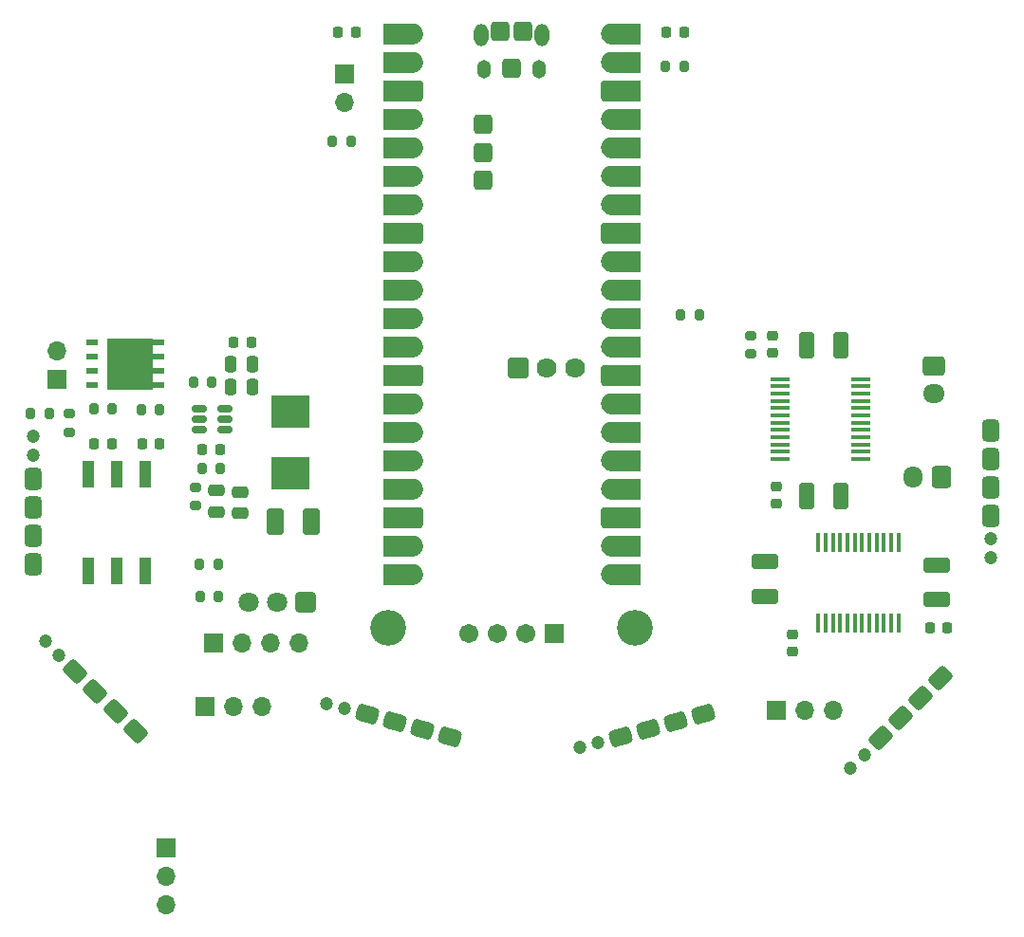
<source format=gbr>
%TF.GenerationSoftware,KiCad,Pcbnew,8.0.1*%
%TF.CreationDate,2025-03-10T11:27:29+01:00*%
%TF.ProjectId,main_board,6d61696e-5f62-46f6-9172-642e6b696361,rev?*%
%TF.SameCoordinates,Original*%
%TF.FileFunction,Soldermask,Top*%
%TF.FilePolarity,Negative*%
%FSLAX46Y46*%
G04 Gerber Fmt 4.6, Leading zero omitted, Abs format (unit mm)*
G04 Created by KiCad (PCBNEW 8.0.1) date 2025-03-10 11:27:29*
%MOMM*%
%LPD*%
G01*
G04 APERTURE LIST*
G04 Aperture macros list*
%AMRoundRect*
0 Rectangle with rounded corners*
0 $1 Rounding radius*
0 $2 $3 $4 $5 $6 $7 $8 $9 X,Y pos of 4 corners*
0 Add a 4 corners polygon primitive as box body*
4,1,4,$2,$3,$4,$5,$6,$7,$8,$9,$2,$3,0*
0 Add four circle primitives for the rounded corners*
1,1,$1+$1,$2,$3*
1,1,$1+$1,$4,$5*
1,1,$1+$1,$6,$7*
1,1,$1+$1,$8,$9*
0 Add four rect primitives between the rounded corners*
20,1,$1+$1,$2,$3,$4,$5,0*
20,1,$1+$1,$4,$5,$6,$7,0*
20,1,$1+$1,$6,$7,$8,$9,0*
20,1,$1+$1,$8,$9,$2,$3,0*%
G04 Aperture macros list end*
%ADD10C,0.010000*%
%ADD11RoundRect,0.248400X0.651600X0.651600X-0.651600X0.651600X-0.651600X-0.651600X0.651600X-0.651600X0*%
%ADD12C,1.800000*%
%ADD13R,0.450000X1.750000*%
%ADD14RoundRect,0.200000X-0.200000X-0.275000X0.200000X-0.275000X0.200000X0.275000X-0.200000X0.275000X0*%
%ADD15RoundRect,0.250000X0.925000X-0.412500X0.925000X0.412500X-0.925000X0.412500X-0.925000X-0.412500X0*%
%ADD16RoundRect,0.225000X-0.250000X0.225000X-0.250000X-0.225000X0.250000X-0.225000X0.250000X0.225000X0*%
%ADD17RoundRect,0.381000X-0.707107X0.168291X0.168291X-0.707107X0.707107X-0.168291X-0.168291X0.707107X0*%
%ADD18C,1.200000*%
%ADD19RoundRect,0.250000X0.475000X-0.250000X0.475000X0.250000X-0.475000X0.250000X-0.475000X-0.250000X0*%
%ADD20RoundRect,0.200000X0.200000X0.275000X-0.200000X0.275000X-0.200000X-0.275000X0.200000X-0.275000X0*%
%ADD21RoundRect,0.150000X0.512500X0.150000X-0.512500X0.150000X-0.512500X-0.150000X0.512500X-0.150000X0*%
%ADD22R,1.700000X1.700000*%
%ADD23O,1.700000X1.700000*%
%ADD24RoundRect,0.381000X0.381000X-0.619000X0.381000X0.619000X-0.381000X0.619000X-0.381000X-0.619000X0*%
%ADD25RoundRect,0.250000X-0.250000X-0.475000X0.250000X-0.475000X0.250000X0.475000X-0.250000X0.475000X0*%
%ADD26RoundRect,0.250000X-0.412500X-0.925000X0.412500X-0.925000X0.412500X0.925000X-0.412500X0.925000X0*%
%ADD27R,1.120000X2.440000*%
%ADD28RoundRect,0.200000X0.275000X-0.200000X0.275000X0.200000X-0.275000X0.200000X-0.275000X-0.200000X0*%
%ADD29RoundRect,0.218750X0.218750X0.256250X-0.218750X0.256250X-0.218750X-0.256250X0.218750X-0.256250X0*%
%ADD30RoundRect,0.218750X-0.218750X-0.256250X0.218750X-0.256250X0.218750X0.256250X-0.218750X0.256250X0*%
%ADD31R,3.500000X2.950000*%
%ADD32R,1.750000X0.450000*%
%ADD33O,1.304000X2.004000*%
%ADD34O,1.254000X1.654000*%
%ADD35RoundRect,0.102000X-0.787400X-0.787400X0.787400X-0.787400X0.787400X0.787400X-0.787400X0.787400X0*%
%ADD36C,1.778800*%
%ADD37RoundRect,0.340800X-0.511200X-0.511200X0.511200X-0.511200X0.511200X0.511200X-0.511200X0.511200X0*%
%ADD38RoundRect,0.102000X0.754000X0.754000X-0.754000X0.754000X-0.754000X-0.754000X0.754000X-0.754000X0*%
%ADD39C,1.712000*%
%ADD40C,3.204000*%
%ADD41RoundRect,0.250001X0.499999X0.924999X-0.499999X0.924999X-0.499999X-0.924999X0.499999X-0.924999X0*%
%ADD42RoundRect,0.381000X-0.381000X0.619000X-0.381000X-0.619000X0.381000X-0.619000X0.381000X0.619000X0*%
%ADD43RoundRect,0.381000X-0.696518X-0.207809X0.499298X-0.528227X0.696518X0.207809X-0.499298X0.528227X0*%
%ADD44R,1.075000X0.500000*%
%ADD45R,4.120000X4.600000*%
%ADD46R,0.975000X0.500000*%
%ADD47RoundRect,0.200000X-0.275000X0.200000X-0.275000X-0.200000X0.275000X-0.200000X0.275000X0.200000X0*%
%ADD48RoundRect,0.225000X-0.225000X-0.250000X0.225000X-0.250000X0.225000X0.250000X-0.225000X0.250000X0*%
%ADD49RoundRect,0.381000X-0.168291X-0.707107X0.707107X0.168291X0.168291X0.707107X-0.707107X-0.168291X0*%
%ADD50RoundRect,0.381000X-0.499298X-0.528227X0.696518X-0.207809X0.499298X0.528227X-0.696518X0.207809X0*%
%ADD51RoundRect,0.225000X0.225000X0.250000X-0.225000X0.250000X-0.225000X-0.250000X0.225000X-0.250000X0*%
%ADD52RoundRect,0.225000X0.250000X-0.225000X0.250000X0.225000X-0.250000X0.225000X-0.250000X-0.225000X0*%
%ADD53RoundRect,0.250000X-0.725000X0.600000X-0.725000X-0.600000X0.725000X-0.600000X0.725000X0.600000X0*%
%ADD54O,1.950000X1.700000*%
%ADD55RoundRect,0.250000X0.600000X0.725000X-0.600000X0.725000X-0.600000X-0.725000X0.600000X-0.725000X0*%
%ADD56O,1.700000X1.950000*%
G04 APERTURE END LIST*
D10*
%TO.C,U1*%
X137827000Y-66191000D02*
X137874000Y-66195000D01*
X137921000Y-66201000D01*
X137967000Y-66210000D01*
X138013000Y-66221000D01*
X138058000Y-66234000D01*
X138103000Y-66250000D01*
X138146000Y-66268000D01*
X138189000Y-66288000D01*
X138230000Y-66311000D01*
X138270000Y-66335000D01*
X138309000Y-66362000D01*
X138346000Y-66391000D01*
X138382000Y-66421000D01*
X138416000Y-66454000D01*
X138449000Y-66488000D01*
X138479000Y-66524000D01*
X138508000Y-66561000D01*
X138535000Y-66600000D01*
X138559000Y-66640000D01*
X138582000Y-66681000D01*
X138602000Y-66724000D01*
X138620000Y-66767000D01*
X138636000Y-66812000D01*
X138649000Y-66857000D01*
X138660000Y-66903000D01*
X138669000Y-66949000D01*
X138675000Y-66996000D01*
X138679000Y-67043000D01*
X138680000Y-67090000D01*
X138679000Y-67137000D01*
X138675000Y-67184000D01*
X138669000Y-67231000D01*
X138660000Y-67277000D01*
X138649000Y-67323000D01*
X138636000Y-67368000D01*
X138620000Y-67413000D01*
X138602000Y-67456000D01*
X138582000Y-67499000D01*
X138559000Y-67540000D01*
X138535000Y-67580000D01*
X138508000Y-67619000D01*
X138479000Y-67656000D01*
X138449000Y-67692000D01*
X138416000Y-67726000D01*
X138382000Y-67759000D01*
X138346000Y-67789000D01*
X138309000Y-67818000D01*
X138270000Y-67845000D01*
X138230000Y-67869000D01*
X138189000Y-67892000D01*
X138146000Y-67912000D01*
X138103000Y-67930000D01*
X138058000Y-67946000D01*
X138013000Y-67959000D01*
X137967000Y-67970000D01*
X137921000Y-67979000D01*
X137874000Y-67985000D01*
X137827000Y-67989000D01*
X137780000Y-67990000D01*
X135280000Y-67990000D01*
X135280000Y-66190000D01*
X137780000Y-66190000D01*
X137827000Y-66191000D01*
G36*
X137827000Y-66191000D02*
G01*
X137874000Y-66195000D01*
X137921000Y-66201000D01*
X137967000Y-66210000D01*
X138013000Y-66221000D01*
X138058000Y-66234000D01*
X138103000Y-66250000D01*
X138146000Y-66268000D01*
X138189000Y-66288000D01*
X138230000Y-66311000D01*
X138270000Y-66335000D01*
X138309000Y-66362000D01*
X138346000Y-66391000D01*
X138382000Y-66421000D01*
X138416000Y-66454000D01*
X138449000Y-66488000D01*
X138479000Y-66524000D01*
X138508000Y-66561000D01*
X138535000Y-66600000D01*
X138559000Y-66640000D01*
X138582000Y-66681000D01*
X138602000Y-66724000D01*
X138620000Y-66767000D01*
X138636000Y-66812000D01*
X138649000Y-66857000D01*
X138660000Y-66903000D01*
X138669000Y-66949000D01*
X138675000Y-66996000D01*
X138679000Y-67043000D01*
X138680000Y-67090000D01*
X138679000Y-67137000D01*
X138675000Y-67184000D01*
X138669000Y-67231000D01*
X138660000Y-67277000D01*
X138649000Y-67323000D01*
X138636000Y-67368000D01*
X138620000Y-67413000D01*
X138602000Y-67456000D01*
X138582000Y-67499000D01*
X138559000Y-67540000D01*
X138535000Y-67580000D01*
X138508000Y-67619000D01*
X138479000Y-67656000D01*
X138449000Y-67692000D01*
X138416000Y-67726000D01*
X138382000Y-67759000D01*
X138346000Y-67789000D01*
X138309000Y-67818000D01*
X138270000Y-67845000D01*
X138230000Y-67869000D01*
X138189000Y-67892000D01*
X138146000Y-67912000D01*
X138103000Y-67930000D01*
X138058000Y-67946000D01*
X138013000Y-67959000D01*
X137967000Y-67970000D01*
X137921000Y-67979000D01*
X137874000Y-67985000D01*
X137827000Y-67989000D01*
X137780000Y-67990000D01*
X135280000Y-67990000D01*
X135280000Y-66190000D01*
X137780000Y-66190000D01*
X137827000Y-66191000D01*
G37*
X137827000Y-68731000D02*
X137874000Y-68735000D01*
X137921000Y-68741000D01*
X137967000Y-68750000D01*
X138013000Y-68761000D01*
X138058000Y-68774000D01*
X138103000Y-68790000D01*
X138146000Y-68808000D01*
X138189000Y-68828000D01*
X138230000Y-68851000D01*
X138270000Y-68875000D01*
X138309000Y-68902000D01*
X138346000Y-68931000D01*
X138382000Y-68961000D01*
X138416000Y-68994000D01*
X138449000Y-69028000D01*
X138479000Y-69064000D01*
X138508000Y-69101000D01*
X138535000Y-69140000D01*
X138559000Y-69180000D01*
X138582000Y-69221000D01*
X138602000Y-69264000D01*
X138620000Y-69307000D01*
X138636000Y-69352000D01*
X138649000Y-69397000D01*
X138660000Y-69443000D01*
X138669000Y-69489000D01*
X138675000Y-69536000D01*
X138679000Y-69583000D01*
X138680000Y-69630000D01*
X138679000Y-69677000D01*
X138675000Y-69724000D01*
X138669000Y-69771000D01*
X138660000Y-69817000D01*
X138649000Y-69863000D01*
X138636000Y-69908000D01*
X138620000Y-69953000D01*
X138602000Y-69996000D01*
X138582000Y-70039000D01*
X138559000Y-70080000D01*
X138535000Y-70120000D01*
X138508000Y-70159000D01*
X138479000Y-70196000D01*
X138449000Y-70232000D01*
X138416000Y-70266000D01*
X138382000Y-70299000D01*
X138346000Y-70329000D01*
X138309000Y-70358000D01*
X138270000Y-70385000D01*
X138230000Y-70409000D01*
X138189000Y-70432000D01*
X138146000Y-70452000D01*
X138103000Y-70470000D01*
X138058000Y-70486000D01*
X138013000Y-70499000D01*
X137967000Y-70510000D01*
X137921000Y-70519000D01*
X137874000Y-70525000D01*
X137827000Y-70529000D01*
X137780000Y-70530000D01*
X135280000Y-70530000D01*
X135280000Y-68730000D01*
X137780000Y-68730000D01*
X137827000Y-68731000D01*
G36*
X137827000Y-68731000D02*
G01*
X137874000Y-68735000D01*
X137921000Y-68741000D01*
X137967000Y-68750000D01*
X138013000Y-68761000D01*
X138058000Y-68774000D01*
X138103000Y-68790000D01*
X138146000Y-68808000D01*
X138189000Y-68828000D01*
X138230000Y-68851000D01*
X138270000Y-68875000D01*
X138309000Y-68902000D01*
X138346000Y-68931000D01*
X138382000Y-68961000D01*
X138416000Y-68994000D01*
X138449000Y-69028000D01*
X138479000Y-69064000D01*
X138508000Y-69101000D01*
X138535000Y-69140000D01*
X138559000Y-69180000D01*
X138582000Y-69221000D01*
X138602000Y-69264000D01*
X138620000Y-69307000D01*
X138636000Y-69352000D01*
X138649000Y-69397000D01*
X138660000Y-69443000D01*
X138669000Y-69489000D01*
X138675000Y-69536000D01*
X138679000Y-69583000D01*
X138680000Y-69630000D01*
X138679000Y-69677000D01*
X138675000Y-69724000D01*
X138669000Y-69771000D01*
X138660000Y-69817000D01*
X138649000Y-69863000D01*
X138636000Y-69908000D01*
X138620000Y-69953000D01*
X138602000Y-69996000D01*
X138582000Y-70039000D01*
X138559000Y-70080000D01*
X138535000Y-70120000D01*
X138508000Y-70159000D01*
X138479000Y-70196000D01*
X138449000Y-70232000D01*
X138416000Y-70266000D01*
X138382000Y-70299000D01*
X138346000Y-70329000D01*
X138309000Y-70358000D01*
X138270000Y-70385000D01*
X138230000Y-70409000D01*
X138189000Y-70432000D01*
X138146000Y-70452000D01*
X138103000Y-70470000D01*
X138058000Y-70486000D01*
X138013000Y-70499000D01*
X137967000Y-70510000D01*
X137921000Y-70519000D01*
X137874000Y-70525000D01*
X137827000Y-70529000D01*
X137780000Y-70530000D01*
X135280000Y-70530000D01*
X135280000Y-68730000D01*
X137780000Y-68730000D01*
X137827000Y-68731000D01*
G37*
X137827000Y-73811000D02*
X137874000Y-73815000D01*
X137921000Y-73821000D01*
X137967000Y-73830000D01*
X138013000Y-73841000D01*
X138058000Y-73854000D01*
X138103000Y-73870000D01*
X138146000Y-73888000D01*
X138189000Y-73908000D01*
X138230000Y-73931000D01*
X138270000Y-73955000D01*
X138309000Y-73982000D01*
X138346000Y-74011000D01*
X138382000Y-74041000D01*
X138416000Y-74074000D01*
X138449000Y-74108000D01*
X138479000Y-74144000D01*
X138508000Y-74181000D01*
X138535000Y-74220000D01*
X138559000Y-74260000D01*
X138582000Y-74301000D01*
X138602000Y-74344000D01*
X138620000Y-74387000D01*
X138636000Y-74432000D01*
X138649000Y-74477000D01*
X138660000Y-74523000D01*
X138669000Y-74569000D01*
X138675000Y-74616000D01*
X138679000Y-74663000D01*
X138680000Y-74710000D01*
X138679000Y-74757000D01*
X138675000Y-74804000D01*
X138669000Y-74851000D01*
X138660000Y-74897000D01*
X138649000Y-74943000D01*
X138636000Y-74988000D01*
X138620000Y-75033000D01*
X138602000Y-75076000D01*
X138582000Y-75119000D01*
X138559000Y-75160000D01*
X138535000Y-75200000D01*
X138508000Y-75239000D01*
X138479000Y-75276000D01*
X138449000Y-75312000D01*
X138416000Y-75346000D01*
X138382000Y-75379000D01*
X138346000Y-75409000D01*
X138309000Y-75438000D01*
X138270000Y-75465000D01*
X138230000Y-75489000D01*
X138189000Y-75512000D01*
X138146000Y-75532000D01*
X138103000Y-75550000D01*
X138058000Y-75566000D01*
X138013000Y-75579000D01*
X137967000Y-75590000D01*
X137921000Y-75599000D01*
X137874000Y-75605000D01*
X137827000Y-75609000D01*
X137780000Y-75610000D01*
X135280000Y-75610000D01*
X135280000Y-73810000D01*
X137780000Y-73810000D01*
X137827000Y-73811000D01*
G36*
X137827000Y-73811000D02*
G01*
X137874000Y-73815000D01*
X137921000Y-73821000D01*
X137967000Y-73830000D01*
X138013000Y-73841000D01*
X138058000Y-73854000D01*
X138103000Y-73870000D01*
X138146000Y-73888000D01*
X138189000Y-73908000D01*
X138230000Y-73931000D01*
X138270000Y-73955000D01*
X138309000Y-73982000D01*
X138346000Y-74011000D01*
X138382000Y-74041000D01*
X138416000Y-74074000D01*
X138449000Y-74108000D01*
X138479000Y-74144000D01*
X138508000Y-74181000D01*
X138535000Y-74220000D01*
X138559000Y-74260000D01*
X138582000Y-74301000D01*
X138602000Y-74344000D01*
X138620000Y-74387000D01*
X138636000Y-74432000D01*
X138649000Y-74477000D01*
X138660000Y-74523000D01*
X138669000Y-74569000D01*
X138675000Y-74616000D01*
X138679000Y-74663000D01*
X138680000Y-74710000D01*
X138679000Y-74757000D01*
X138675000Y-74804000D01*
X138669000Y-74851000D01*
X138660000Y-74897000D01*
X138649000Y-74943000D01*
X138636000Y-74988000D01*
X138620000Y-75033000D01*
X138602000Y-75076000D01*
X138582000Y-75119000D01*
X138559000Y-75160000D01*
X138535000Y-75200000D01*
X138508000Y-75239000D01*
X138479000Y-75276000D01*
X138449000Y-75312000D01*
X138416000Y-75346000D01*
X138382000Y-75379000D01*
X138346000Y-75409000D01*
X138309000Y-75438000D01*
X138270000Y-75465000D01*
X138230000Y-75489000D01*
X138189000Y-75512000D01*
X138146000Y-75532000D01*
X138103000Y-75550000D01*
X138058000Y-75566000D01*
X138013000Y-75579000D01*
X137967000Y-75590000D01*
X137921000Y-75599000D01*
X137874000Y-75605000D01*
X137827000Y-75609000D01*
X137780000Y-75610000D01*
X135280000Y-75610000D01*
X135280000Y-73810000D01*
X137780000Y-73810000D01*
X137827000Y-73811000D01*
G37*
X137827000Y-76351000D02*
X137874000Y-76355000D01*
X137921000Y-76361000D01*
X137967000Y-76370000D01*
X138013000Y-76381000D01*
X138058000Y-76394000D01*
X138103000Y-76410000D01*
X138146000Y-76428000D01*
X138189000Y-76448000D01*
X138230000Y-76471000D01*
X138270000Y-76495000D01*
X138309000Y-76522000D01*
X138346000Y-76551000D01*
X138382000Y-76581000D01*
X138416000Y-76614000D01*
X138449000Y-76648000D01*
X138479000Y-76684000D01*
X138508000Y-76721000D01*
X138535000Y-76760000D01*
X138559000Y-76800000D01*
X138582000Y-76841000D01*
X138602000Y-76884000D01*
X138620000Y-76927000D01*
X138636000Y-76972000D01*
X138649000Y-77017000D01*
X138660000Y-77063000D01*
X138669000Y-77109000D01*
X138675000Y-77156000D01*
X138679000Y-77203000D01*
X138680000Y-77250000D01*
X138679000Y-77297000D01*
X138675000Y-77344000D01*
X138669000Y-77391000D01*
X138660000Y-77437000D01*
X138649000Y-77483000D01*
X138636000Y-77528000D01*
X138620000Y-77573000D01*
X138602000Y-77616000D01*
X138582000Y-77659000D01*
X138559000Y-77700000D01*
X138535000Y-77740000D01*
X138508000Y-77779000D01*
X138479000Y-77816000D01*
X138449000Y-77852000D01*
X138416000Y-77886000D01*
X138382000Y-77919000D01*
X138346000Y-77949000D01*
X138309000Y-77978000D01*
X138270000Y-78005000D01*
X138230000Y-78029000D01*
X138189000Y-78052000D01*
X138146000Y-78072000D01*
X138103000Y-78090000D01*
X138058000Y-78106000D01*
X138013000Y-78119000D01*
X137967000Y-78130000D01*
X137921000Y-78139000D01*
X137874000Y-78145000D01*
X137827000Y-78149000D01*
X137780000Y-78150000D01*
X135280000Y-78150000D01*
X135280000Y-76350000D01*
X137780000Y-76350000D01*
X137827000Y-76351000D01*
G36*
X137827000Y-76351000D02*
G01*
X137874000Y-76355000D01*
X137921000Y-76361000D01*
X137967000Y-76370000D01*
X138013000Y-76381000D01*
X138058000Y-76394000D01*
X138103000Y-76410000D01*
X138146000Y-76428000D01*
X138189000Y-76448000D01*
X138230000Y-76471000D01*
X138270000Y-76495000D01*
X138309000Y-76522000D01*
X138346000Y-76551000D01*
X138382000Y-76581000D01*
X138416000Y-76614000D01*
X138449000Y-76648000D01*
X138479000Y-76684000D01*
X138508000Y-76721000D01*
X138535000Y-76760000D01*
X138559000Y-76800000D01*
X138582000Y-76841000D01*
X138602000Y-76884000D01*
X138620000Y-76927000D01*
X138636000Y-76972000D01*
X138649000Y-77017000D01*
X138660000Y-77063000D01*
X138669000Y-77109000D01*
X138675000Y-77156000D01*
X138679000Y-77203000D01*
X138680000Y-77250000D01*
X138679000Y-77297000D01*
X138675000Y-77344000D01*
X138669000Y-77391000D01*
X138660000Y-77437000D01*
X138649000Y-77483000D01*
X138636000Y-77528000D01*
X138620000Y-77573000D01*
X138602000Y-77616000D01*
X138582000Y-77659000D01*
X138559000Y-77700000D01*
X138535000Y-77740000D01*
X138508000Y-77779000D01*
X138479000Y-77816000D01*
X138449000Y-77852000D01*
X138416000Y-77886000D01*
X138382000Y-77919000D01*
X138346000Y-77949000D01*
X138309000Y-77978000D01*
X138270000Y-78005000D01*
X138230000Y-78029000D01*
X138189000Y-78052000D01*
X138146000Y-78072000D01*
X138103000Y-78090000D01*
X138058000Y-78106000D01*
X138013000Y-78119000D01*
X137967000Y-78130000D01*
X137921000Y-78139000D01*
X137874000Y-78145000D01*
X137827000Y-78149000D01*
X137780000Y-78150000D01*
X135280000Y-78150000D01*
X135280000Y-76350000D01*
X137780000Y-76350000D01*
X137827000Y-76351000D01*
G37*
X137827000Y-78891000D02*
X137874000Y-78895000D01*
X137921000Y-78901000D01*
X137967000Y-78910000D01*
X138013000Y-78921000D01*
X138058000Y-78934000D01*
X138103000Y-78950000D01*
X138146000Y-78968000D01*
X138189000Y-78988000D01*
X138230000Y-79011000D01*
X138270000Y-79035000D01*
X138309000Y-79062000D01*
X138346000Y-79091000D01*
X138382000Y-79121000D01*
X138416000Y-79154000D01*
X138449000Y-79188000D01*
X138479000Y-79224000D01*
X138508000Y-79261000D01*
X138535000Y-79300000D01*
X138559000Y-79340000D01*
X138582000Y-79381000D01*
X138602000Y-79424000D01*
X138620000Y-79467000D01*
X138636000Y-79512000D01*
X138649000Y-79557000D01*
X138660000Y-79603000D01*
X138669000Y-79649000D01*
X138675000Y-79696000D01*
X138679000Y-79743000D01*
X138680000Y-79790000D01*
X138679000Y-79837000D01*
X138675000Y-79884000D01*
X138669000Y-79931000D01*
X138660000Y-79977000D01*
X138649000Y-80023000D01*
X138636000Y-80068000D01*
X138620000Y-80113000D01*
X138602000Y-80156000D01*
X138582000Y-80199000D01*
X138559000Y-80240000D01*
X138535000Y-80280000D01*
X138508000Y-80319000D01*
X138479000Y-80356000D01*
X138449000Y-80392000D01*
X138416000Y-80426000D01*
X138382000Y-80459000D01*
X138346000Y-80489000D01*
X138309000Y-80518000D01*
X138270000Y-80545000D01*
X138230000Y-80569000D01*
X138189000Y-80592000D01*
X138146000Y-80612000D01*
X138103000Y-80630000D01*
X138058000Y-80646000D01*
X138013000Y-80659000D01*
X137967000Y-80670000D01*
X137921000Y-80679000D01*
X137874000Y-80685000D01*
X137827000Y-80689000D01*
X137780000Y-80690000D01*
X135280000Y-80690000D01*
X135280000Y-78890000D01*
X137780000Y-78890000D01*
X137827000Y-78891000D01*
G36*
X137827000Y-78891000D02*
G01*
X137874000Y-78895000D01*
X137921000Y-78901000D01*
X137967000Y-78910000D01*
X138013000Y-78921000D01*
X138058000Y-78934000D01*
X138103000Y-78950000D01*
X138146000Y-78968000D01*
X138189000Y-78988000D01*
X138230000Y-79011000D01*
X138270000Y-79035000D01*
X138309000Y-79062000D01*
X138346000Y-79091000D01*
X138382000Y-79121000D01*
X138416000Y-79154000D01*
X138449000Y-79188000D01*
X138479000Y-79224000D01*
X138508000Y-79261000D01*
X138535000Y-79300000D01*
X138559000Y-79340000D01*
X138582000Y-79381000D01*
X138602000Y-79424000D01*
X138620000Y-79467000D01*
X138636000Y-79512000D01*
X138649000Y-79557000D01*
X138660000Y-79603000D01*
X138669000Y-79649000D01*
X138675000Y-79696000D01*
X138679000Y-79743000D01*
X138680000Y-79790000D01*
X138679000Y-79837000D01*
X138675000Y-79884000D01*
X138669000Y-79931000D01*
X138660000Y-79977000D01*
X138649000Y-80023000D01*
X138636000Y-80068000D01*
X138620000Y-80113000D01*
X138602000Y-80156000D01*
X138582000Y-80199000D01*
X138559000Y-80240000D01*
X138535000Y-80280000D01*
X138508000Y-80319000D01*
X138479000Y-80356000D01*
X138449000Y-80392000D01*
X138416000Y-80426000D01*
X138382000Y-80459000D01*
X138346000Y-80489000D01*
X138309000Y-80518000D01*
X138270000Y-80545000D01*
X138230000Y-80569000D01*
X138189000Y-80592000D01*
X138146000Y-80612000D01*
X138103000Y-80630000D01*
X138058000Y-80646000D01*
X138013000Y-80659000D01*
X137967000Y-80670000D01*
X137921000Y-80679000D01*
X137874000Y-80685000D01*
X137827000Y-80689000D01*
X137780000Y-80690000D01*
X135280000Y-80690000D01*
X135280000Y-78890000D01*
X137780000Y-78890000D01*
X137827000Y-78891000D01*
G37*
X137827000Y-81431000D02*
X137874000Y-81435000D01*
X137921000Y-81441000D01*
X137967000Y-81450000D01*
X138013000Y-81461000D01*
X138058000Y-81474000D01*
X138103000Y-81490000D01*
X138146000Y-81508000D01*
X138189000Y-81528000D01*
X138230000Y-81551000D01*
X138270000Y-81575000D01*
X138309000Y-81602000D01*
X138346000Y-81631000D01*
X138382000Y-81661000D01*
X138416000Y-81694000D01*
X138449000Y-81728000D01*
X138479000Y-81764000D01*
X138508000Y-81801000D01*
X138535000Y-81840000D01*
X138559000Y-81880000D01*
X138582000Y-81921000D01*
X138602000Y-81964000D01*
X138620000Y-82007000D01*
X138636000Y-82052000D01*
X138649000Y-82097000D01*
X138660000Y-82143000D01*
X138669000Y-82189000D01*
X138675000Y-82236000D01*
X138679000Y-82283000D01*
X138680000Y-82330000D01*
X138679000Y-82377000D01*
X138675000Y-82424000D01*
X138669000Y-82471000D01*
X138660000Y-82517000D01*
X138649000Y-82563000D01*
X138636000Y-82608000D01*
X138620000Y-82653000D01*
X138602000Y-82696000D01*
X138582000Y-82739000D01*
X138559000Y-82780000D01*
X138535000Y-82820000D01*
X138508000Y-82859000D01*
X138479000Y-82896000D01*
X138449000Y-82932000D01*
X138416000Y-82966000D01*
X138382000Y-82999000D01*
X138346000Y-83029000D01*
X138309000Y-83058000D01*
X138270000Y-83085000D01*
X138230000Y-83109000D01*
X138189000Y-83132000D01*
X138146000Y-83152000D01*
X138103000Y-83170000D01*
X138058000Y-83186000D01*
X138013000Y-83199000D01*
X137967000Y-83210000D01*
X137921000Y-83219000D01*
X137874000Y-83225000D01*
X137827000Y-83229000D01*
X137780000Y-83230000D01*
X135280000Y-83230000D01*
X135280000Y-81430000D01*
X137780000Y-81430000D01*
X137827000Y-81431000D01*
G36*
X137827000Y-81431000D02*
G01*
X137874000Y-81435000D01*
X137921000Y-81441000D01*
X137967000Y-81450000D01*
X138013000Y-81461000D01*
X138058000Y-81474000D01*
X138103000Y-81490000D01*
X138146000Y-81508000D01*
X138189000Y-81528000D01*
X138230000Y-81551000D01*
X138270000Y-81575000D01*
X138309000Y-81602000D01*
X138346000Y-81631000D01*
X138382000Y-81661000D01*
X138416000Y-81694000D01*
X138449000Y-81728000D01*
X138479000Y-81764000D01*
X138508000Y-81801000D01*
X138535000Y-81840000D01*
X138559000Y-81880000D01*
X138582000Y-81921000D01*
X138602000Y-81964000D01*
X138620000Y-82007000D01*
X138636000Y-82052000D01*
X138649000Y-82097000D01*
X138660000Y-82143000D01*
X138669000Y-82189000D01*
X138675000Y-82236000D01*
X138679000Y-82283000D01*
X138680000Y-82330000D01*
X138679000Y-82377000D01*
X138675000Y-82424000D01*
X138669000Y-82471000D01*
X138660000Y-82517000D01*
X138649000Y-82563000D01*
X138636000Y-82608000D01*
X138620000Y-82653000D01*
X138602000Y-82696000D01*
X138582000Y-82739000D01*
X138559000Y-82780000D01*
X138535000Y-82820000D01*
X138508000Y-82859000D01*
X138479000Y-82896000D01*
X138449000Y-82932000D01*
X138416000Y-82966000D01*
X138382000Y-82999000D01*
X138346000Y-83029000D01*
X138309000Y-83058000D01*
X138270000Y-83085000D01*
X138230000Y-83109000D01*
X138189000Y-83132000D01*
X138146000Y-83152000D01*
X138103000Y-83170000D01*
X138058000Y-83186000D01*
X138013000Y-83199000D01*
X137967000Y-83210000D01*
X137921000Y-83219000D01*
X137874000Y-83225000D01*
X137827000Y-83229000D01*
X137780000Y-83230000D01*
X135280000Y-83230000D01*
X135280000Y-81430000D01*
X137780000Y-81430000D01*
X137827000Y-81431000D01*
G37*
X137827000Y-86511000D02*
X137874000Y-86515000D01*
X137921000Y-86521000D01*
X137967000Y-86530000D01*
X138013000Y-86541000D01*
X138058000Y-86554000D01*
X138103000Y-86570000D01*
X138146000Y-86588000D01*
X138189000Y-86608000D01*
X138230000Y-86631000D01*
X138270000Y-86655000D01*
X138309000Y-86682000D01*
X138346000Y-86711000D01*
X138382000Y-86741000D01*
X138416000Y-86774000D01*
X138449000Y-86808000D01*
X138479000Y-86844000D01*
X138508000Y-86881000D01*
X138535000Y-86920000D01*
X138559000Y-86960000D01*
X138582000Y-87001000D01*
X138602000Y-87044000D01*
X138620000Y-87087000D01*
X138636000Y-87132000D01*
X138649000Y-87177000D01*
X138660000Y-87223000D01*
X138669000Y-87269000D01*
X138675000Y-87316000D01*
X138679000Y-87363000D01*
X138680000Y-87410000D01*
X138679000Y-87457000D01*
X138675000Y-87504000D01*
X138669000Y-87551000D01*
X138660000Y-87597000D01*
X138649000Y-87643000D01*
X138636000Y-87688000D01*
X138620000Y-87733000D01*
X138602000Y-87776000D01*
X138582000Y-87819000D01*
X138559000Y-87860000D01*
X138535000Y-87900000D01*
X138508000Y-87939000D01*
X138479000Y-87976000D01*
X138449000Y-88012000D01*
X138416000Y-88046000D01*
X138382000Y-88079000D01*
X138346000Y-88109000D01*
X138309000Y-88138000D01*
X138270000Y-88165000D01*
X138230000Y-88189000D01*
X138189000Y-88212000D01*
X138146000Y-88232000D01*
X138103000Y-88250000D01*
X138058000Y-88266000D01*
X138013000Y-88279000D01*
X137967000Y-88290000D01*
X137921000Y-88299000D01*
X137874000Y-88305000D01*
X137827000Y-88309000D01*
X137780000Y-88310000D01*
X135280000Y-88310000D01*
X135280000Y-86510000D01*
X137780000Y-86510000D01*
X137827000Y-86511000D01*
G36*
X137827000Y-86511000D02*
G01*
X137874000Y-86515000D01*
X137921000Y-86521000D01*
X137967000Y-86530000D01*
X138013000Y-86541000D01*
X138058000Y-86554000D01*
X138103000Y-86570000D01*
X138146000Y-86588000D01*
X138189000Y-86608000D01*
X138230000Y-86631000D01*
X138270000Y-86655000D01*
X138309000Y-86682000D01*
X138346000Y-86711000D01*
X138382000Y-86741000D01*
X138416000Y-86774000D01*
X138449000Y-86808000D01*
X138479000Y-86844000D01*
X138508000Y-86881000D01*
X138535000Y-86920000D01*
X138559000Y-86960000D01*
X138582000Y-87001000D01*
X138602000Y-87044000D01*
X138620000Y-87087000D01*
X138636000Y-87132000D01*
X138649000Y-87177000D01*
X138660000Y-87223000D01*
X138669000Y-87269000D01*
X138675000Y-87316000D01*
X138679000Y-87363000D01*
X138680000Y-87410000D01*
X138679000Y-87457000D01*
X138675000Y-87504000D01*
X138669000Y-87551000D01*
X138660000Y-87597000D01*
X138649000Y-87643000D01*
X138636000Y-87688000D01*
X138620000Y-87733000D01*
X138602000Y-87776000D01*
X138582000Y-87819000D01*
X138559000Y-87860000D01*
X138535000Y-87900000D01*
X138508000Y-87939000D01*
X138479000Y-87976000D01*
X138449000Y-88012000D01*
X138416000Y-88046000D01*
X138382000Y-88079000D01*
X138346000Y-88109000D01*
X138309000Y-88138000D01*
X138270000Y-88165000D01*
X138230000Y-88189000D01*
X138189000Y-88212000D01*
X138146000Y-88232000D01*
X138103000Y-88250000D01*
X138058000Y-88266000D01*
X138013000Y-88279000D01*
X137967000Y-88290000D01*
X137921000Y-88299000D01*
X137874000Y-88305000D01*
X137827000Y-88309000D01*
X137780000Y-88310000D01*
X135280000Y-88310000D01*
X135280000Y-86510000D01*
X137780000Y-86510000D01*
X137827000Y-86511000D01*
G37*
X137827000Y-89051000D02*
X137874000Y-89055000D01*
X137921000Y-89061000D01*
X137967000Y-89070000D01*
X138013000Y-89081000D01*
X138058000Y-89094000D01*
X138103000Y-89110000D01*
X138146000Y-89128000D01*
X138189000Y-89148000D01*
X138230000Y-89171000D01*
X138270000Y-89195000D01*
X138309000Y-89222000D01*
X138346000Y-89251000D01*
X138382000Y-89281000D01*
X138416000Y-89314000D01*
X138449000Y-89348000D01*
X138479000Y-89384000D01*
X138508000Y-89421000D01*
X138535000Y-89460000D01*
X138559000Y-89500000D01*
X138582000Y-89541000D01*
X138602000Y-89584000D01*
X138620000Y-89627000D01*
X138636000Y-89672000D01*
X138649000Y-89717000D01*
X138660000Y-89763000D01*
X138669000Y-89809000D01*
X138675000Y-89856000D01*
X138679000Y-89903000D01*
X138680000Y-89950000D01*
X138679000Y-89997000D01*
X138675000Y-90044000D01*
X138669000Y-90091000D01*
X138660000Y-90137000D01*
X138649000Y-90183000D01*
X138636000Y-90228000D01*
X138620000Y-90273000D01*
X138602000Y-90316000D01*
X138582000Y-90359000D01*
X138559000Y-90400000D01*
X138535000Y-90440000D01*
X138508000Y-90479000D01*
X138479000Y-90516000D01*
X138449000Y-90552000D01*
X138416000Y-90586000D01*
X138382000Y-90619000D01*
X138346000Y-90649000D01*
X138309000Y-90678000D01*
X138270000Y-90705000D01*
X138230000Y-90729000D01*
X138189000Y-90752000D01*
X138146000Y-90772000D01*
X138103000Y-90790000D01*
X138058000Y-90806000D01*
X138013000Y-90819000D01*
X137967000Y-90830000D01*
X137921000Y-90839000D01*
X137874000Y-90845000D01*
X137827000Y-90849000D01*
X137780000Y-90850000D01*
X135280000Y-90850000D01*
X135280000Y-89050000D01*
X137780000Y-89050000D01*
X137827000Y-89051000D01*
G36*
X137827000Y-89051000D02*
G01*
X137874000Y-89055000D01*
X137921000Y-89061000D01*
X137967000Y-89070000D01*
X138013000Y-89081000D01*
X138058000Y-89094000D01*
X138103000Y-89110000D01*
X138146000Y-89128000D01*
X138189000Y-89148000D01*
X138230000Y-89171000D01*
X138270000Y-89195000D01*
X138309000Y-89222000D01*
X138346000Y-89251000D01*
X138382000Y-89281000D01*
X138416000Y-89314000D01*
X138449000Y-89348000D01*
X138479000Y-89384000D01*
X138508000Y-89421000D01*
X138535000Y-89460000D01*
X138559000Y-89500000D01*
X138582000Y-89541000D01*
X138602000Y-89584000D01*
X138620000Y-89627000D01*
X138636000Y-89672000D01*
X138649000Y-89717000D01*
X138660000Y-89763000D01*
X138669000Y-89809000D01*
X138675000Y-89856000D01*
X138679000Y-89903000D01*
X138680000Y-89950000D01*
X138679000Y-89997000D01*
X138675000Y-90044000D01*
X138669000Y-90091000D01*
X138660000Y-90137000D01*
X138649000Y-90183000D01*
X138636000Y-90228000D01*
X138620000Y-90273000D01*
X138602000Y-90316000D01*
X138582000Y-90359000D01*
X138559000Y-90400000D01*
X138535000Y-90440000D01*
X138508000Y-90479000D01*
X138479000Y-90516000D01*
X138449000Y-90552000D01*
X138416000Y-90586000D01*
X138382000Y-90619000D01*
X138346000Y-90649000D01*
X138309000Y-90678000D01*
X138270000Y-90705000D01*
X138230000Y-90729000D01*
X138189000Y-90752000D01*
X138146000Y-90772000D01*
X138103000Y-90790000D01*
X138058000Y-90806000D01*
X138013000Y-90819000D01*
X137967000Y-90830000D01*
X137921000Y-90839000D01*
X137874000Y-90845000D01*
X137827000Y-90849000D01*
X137780000Y-90850000D01*
X135280000Y-90850000D01*
X135280000Y-89050000D01*
X137780000Y-89050000D01*
X137827000Y-89051000D01*
G37*
X137827000Y-91591000D02*
X137874000Y-91595000D01*
X137921000Y-91601000D01*
X137967000Y-91610000D01*
X138013000Y-91621000D01*
X138058000Y-91634000D01*
X138103000Y-91650000D01*
X138146000Y-91668000D01*
X138189000Y-91688000D01*
X138230000Y-91711000D01*
X138270000Y-91735000D01*
X138309000Y-91762000D01*
X138346000Y-91791000D01*
X138382000Y-91821000D01*
X138416000Y-91854000D01*
X138449000Y-91888000D01*
X138479000Y-91924000D01*
X138508000Y-91961000D01*
X138535000Y-92000000D01*
X138559000Y-92040000D01*
X138582000Y-92081000D01*
X138602000Y-92124000D01*
X138620000Y-92167000D01*
X138636000Y-92212000D01*
X138649000Y-92257000D01*
X138660000Y-92303000D01*
X138669000Y-92349000D01*
X138675000Y-92396000D01*
X138679000Y-92443000D01*
X138680000Y-92490000D01*
X138679000Y-92537000D01*
X138675000Y-92584000D01*
X138669000Y-92631000D01*
X138660000Y-92677000D01*
X138649000Y-92723000D01*
X138636000Y-92768000D01*
X138620000Y-92813000D01*
X138602000Y-92856000D01*
X138582000Y-92899000D01*
X138559000Y-92940000D01*
X138535000Y-92980000D01*
X138508000Y-93019000D01*
X138479000Y-93056000D01*
X138449000Y-93092000D01*
X138416000Y-93126000D01*
X138382000Y-93159000D01*
X138346000Y-93189000D01*
X138309000Y-93218000D01*
X138270000Y-93245000D01*
X138230000Y-93269000D01*
X138189000Y-93292000D01*
X138146000Y-93312000D01*
X138103000Y-93330000D01*
X138058000Y-93346000D01*
X138013000Y-93359000D01*
X137967000Y-93370000D01*
X137921000Y-93379000D01*
X137874000Y-93385000D01*
X137827000Y-93389000D01*
X137780000Y-93390000D01*
X135280000Y-93390000D01*
X135280000Y-91590000D01*
X137780000Y-91590000D01*
X137827000Y-91591000D01*
G36*
X137827000Y-91591000D02*
G01*
X137874000Y-91595000D01*
X137921000Y-91601000D01*
X137967000Y-91610000D01*
X138013000Y-91621000D01*
X138058000Y-91634000D01*
X138103000Y-91650000D01*
X138146000Y-91668000D01*
X138189000Y-91688000D01*
X138230000Y-91711000D01*
X138270000Y-91735000D01*
X138309000Y-91762000D01*
X138346000Y-91791000D01*
X138382000Y-91821000D01*
X138416000Y-91854000D01*
X138449000Y-91888000D01*
X138479000Y-91924000D01*
X138508000Y-91961000D01*
X138535000Y-92000000D01*
X138559000Y-92040000D01*
X138582000Y-92081000D01*
X138602000Y-92124000D01*
X138620000Y-92167000D01*
X138636000Y-92212000D01*
X138649000Y-92257000D01*
X138660000Y-92303000D01*
X138669000Y-92349000D01*
X138675000Y-92396000D01*
X138679000Y-92443000D01*
X138680000Y-92490000D01*
X138679000Y-92537000D01*
X138675000Y-92584000D01*
X138669000Y-92631000D01*
X138660000Y-92677000D01*
X138649000Y-92723000D01*
X138636000Y-92768000D01*
X138620000Y-92813000D01*
X138602000Y-92856000D01*
X138582000Y-92899000D01*
X138559000Y-92940000D01*
X138535000Y-92980000D01*
X138508000Y-93019000D01*
X138479000Y-93056000D01*
X138449000Y-93092000D01*
X138416000Y-93126000D01*
X138382000Y-93159000D01*
X138346000Y-93189000D01*
X138309000Y-93218000D01*
X138270000Y-93245000D01*
X138230000Y-93269000D01*
X138189000Y-93292000D01*
X138146000Y-93312000D01*
X138103000Y-93330000D01*
X138058000Y-93346000D01*
X138013000Y-93359000D01*
X137967000Y-93370000D01*
X137921000Y-93379000D01*
X137874000Y-93385000D01*
X137827000Y-93389000D01*
X137780000Y-93390000D01*
X135280000Y-93390000D01*
X135280000Y-91590000D01*
X137780000Y-91590000D01*
X137827000Y-91591000D01*
G37*
X137827000Y-94131000D02*
X137874000Y-94135000D01*
X137921000Y-94141000D01*
X137967000Y-94150000D01*
X138013000Y-94161000D01*
X138058000Y-94174000D01*
X138103000Y-94190000D01*
X138146000Y-94208000D01*
X138189000Y-94228000D01*
X138230000Y-94251000D01*
X138270000Y-94275000D01*
X138309000Y-94302000D01*
X138346000Y-94331000D01*
X138382000Y-94361000D01*
X138416000Y-94394000D01*
X138449000Y-94428000D01*
X138479000Y-94464000D01*
X138508000Y-94501000D01*
X138535000Y-94540000D01*
X138559000Y-94580000D01*
X138582000Y-94621000D01*
X138602000Y-94664000D01*
X138620000Y-94707000D01*
X138636000Y-94752000D01*
X138649000Y-94797000D01*
X138660000Y-94843000D01*
X138669000Y-94889000D01*
X138675000Y-94936000D01*
X138679000Y-94983000D01*
X138680000Y-95030000D01*
X138679000Y-95077000D01*
X138675000Y-95124000D01*
X138669000Y-95171000D01*
X138660000Y-95217000D01*
X138649000Y-95263000D01*
X138636000Y-95308000D01*
X138620000Y-95353000D01*
X138602000Y-95396000D01*
X138582000Y-95439000D01*
X138559000Y-95480000D01*
X138535000Y-95520000D01*
X138508000Y-95559000D01*
X138479000Y-95596000D01*
X138449000Y-95632000D01*
X138416000Y-95666000D01*
X138382000Y-95699000D01*
X138346000Y-95729000D01*
X138309000Y-95758000D01*
X138270000Y-95785000D01*
X138230000Y-95809000D01*
X138189000Y-95832000D01*
X138146000Y-95852000D01*
X138103000Y-95870000D01*
X138058000Y-95886000D01*
X138013000Y-95899000D01*
X137967000Y-95910000D01*
X137921000Y-95919000D01*
X137874000Y-95925000D01*
X137827000Y-95929000D01*
X137780000Y-95930000D01*
X135280000Y-95930000D01*
X135280000Y-94130000D01*
X137780000Y-94130000D01*
X137827000Y-94131000D01*
G36*
X137827000Y-94131000D02*
G01*
X137874000Y-94135000D01*
X137921000Y-94141000D01*
X137967000Y-94150000D01*
X138013000Y-94161000D01*
X138058000Y-94174000D01*
X138103000Y-94190000D01*
X138146000Y-94208000D01*
X138189000Y-94228000D01*
X138230000Y-94251000D01*
X138270000Y-94275000D01*
X138309000Y-94302000D01*
X138346000Y-94331000D01*
X138382000Y-94361000D01*
X138416000Y-94394000D01*
X138449000Y-94428000D01*
X138479000Y-94464000D01*
X138508000Y-94501000D01*
X138535000Y-94540000D01*
X138559000Y-94580000D01*
X138582000Y-94621000D01*
X138602000Y-94664000D01*
X138620000Y-94707000D01*
X138636000Y-94752000D01*
X138649000Y-94797000D01*
X138660000Y-94843000D01*
X138669000Y-94889000D01*
X138675000Y-94936000D01*
X138679000Y-94983000D01*
X138680000Y-95030000D01*
X138679000Y-95077000D01*
X138675000Y-95124000D01*
X138669000Y-95171000D01*
X138660000Y-95217000D01*
X138649000Y-95263000D01*
X138636000Y-95308000D01*
X138620000Y-95353000D01*
X138602000Y-95396000D01*
X138582000Y-95439000D01*
X138559000Y-95480000D01*
X138535000Y-95520000D01*
X138508000Y-95559000D01*
X138479000Y-95596000D01*
X138449000Y-95632000D01*
X138416000Y-95666000D01*
X138382000Y-95699000D01*
X138346000Y-95729000D01*
X138309000Y-95758000D01*
X138270000Y-95785000D01*
X138230000Y-95809000D01*
X138189000Y-95832000D01*
X138146000Y-95852000D01*
X138103000Y-95870000D01*
X138058000Y-95886000D01*
X138013000Y-95899000D01*
X137967000Y-95910000D01*
X137921000Y-95919000D01*
X137874000Y-95925000D01*
X137827000Y-95929000D01*
X137780000Y-95930000D01*
X135280000Y-95930000D01*
X135280000Y-94130000D01*
X137780000Y-94130000D01*
X137827000Y-94131000D01*
G37*
X137827000Y-99211000D02*
X137874000Y-99215000D01*
X137921000Y-99221000D01*
X137967000Y-99230000D01*
X138013000Y-99241000D01*
X138058000Y-99254000D01*
X138103000Y-99270000D01*
X138146000Y-99288000D01*
X138189000Y-99308000D01*
X138230000Y-99331000D01*
X138270000Y-99355000D01*
X138309000Y-99382000D01*
X138346000Y-99411000D01*
X138382000Y-99441000D01*
X138416000Y-99474000D01*
X138449000Y-99508000D01*
X138479000Y-99544000D01*
X138508000Y-99581000D01*
X138535000Y-99620000D01*
X138559000Y-99660000D01*
X138582000Y-99701000D01*
X138602000Y-99744000D01*
X138620000Y-99787000D01*
X138636000Y-99832000D01*
X138649000Y-99877000D01*
X138660000Y-99923000D01*
X138669000Y-99969000D01*
X138675000Y-100016000D01*
X138679000Y-100063000D01*
X138680000Y-100110000D01*
X138679000Y-100157000D01*
X138675000Y-100204000D01*
X138669000Y-100251000D01*
X138660000Y-100297000D01*
X138649000Y-100343000D01*
X138636000Y-100388000D01*
X138620000Y-100433000D01*
X138602000Y-100476000D01*
X138582000Y-100519000D01*
X138559000Y-100560000D01*
X138535000Y-100600000D01*
X138508000Y-100639000D01*
X138479000Y-100676000D01*
X138449000Y-100712000D01*
X138416000Y-100746000D01*
X138382000Y-100779000D01*
X138346000Y-100809000D01*
X138309000Y-100838000D01*
X138270000Y-100865000D01*
X138230000Y-100889000D01*
X138189000Y-100912000D01*
X138146000Y-100932000D01*
X138103000Y-100950000D01*
X138058000Y-100966000D01*
X138013000Y-100979000D01*
X137967000Y-100990000D01*
X137921000Y-100999000D01*
X137874000Y-101005000D01*
X137827000Y-101009000D01*
X137780000Y-101010000D01*
X135280000Y-101010000D01*
X135280000Y-99210000D01*
X137780000Y-99210000D01*
X137827000Y-99211000D01*
G36*
X137827000Y-99211000D02*
G01*
X137874000Y-99215000D01*
X137921000Y-99221000D01*
X137967000Y-99230000D01*
X138013000Y-99241000D01*
X138058000Y-99254000D01*
X138103000Y-99270000D01*
X138146000Y-99288000D01*
X138189000Y-99308000D01*
X138230000Y-99331000D01*
X138270000Y-99355000D01*
X138309000Y-99382000D01*
X138346000Y-99411000D01*
X138382000Y-99441000D01*
X138416000Y-99474000D01*
X138449000Y-99508000D01*
X138479000Y-99544000D01*
X138508000Y-99581000D01*
X138535000Y-99620000D01*
X138559000Y-99660000D01*
X138582000Y-99701000D01*
X138602000Y-99744000D01*
X138620000Y-99787000D01*
X138636000Y-99832000D01*
X138649000Y-99877000D01*
X138660000Y-99923000D01*
X138669000Y-99969000D01*
X138675000Y-100016000D01*
X138679000Y-100063000D01*
X138680000Y-100110000D01*
X138679000Y-100157000D01*
X138675000Y-100204000D01*
X138669000Y-100251000D01*
X138660000Y-100297000D01*
X138649000Y-100343000D01*
X138636000Y-100388000D01*
X138620000Y-100433000D01*
X138602000Y-100476000D01*
X138582000Y-100519000D01*
X138559000Y-100560000D01*
X138535000Y-100600000D01*
X138508000Y-100639000D01*
X138479000Y-100676000D01*
X138449000Y-100712000D01*
X138416000Y-100746000D01*
X138382000Y-100779000D01*
X138346000Y-100809000D01*
X138309000Y-100838000D01*
X138270000Y-100865000D01*
X138230000Y-100889000D01*
X138189000Y-100912000D01*
X138146000Y-100932000D01*
X138103000Y-100950000D01*
X138058000Y-100966000D01*
X138013000Y-100979000D01*
X137967000Y-100990000D01*
X137921000Y-100999000D01*
X137874000Y-101005000D01*
X137827000Y-101009000D01*
X137780000Y-101010000D01*
X135280000Y-101010000D01*
X135280000Y-99210000D01*
X137780000Y-99210000D01*
X137827000Y-99211000D01*
G37*
X137827000Y-101751000D02*
X137874000Y-101755000D01*
X137921000Y-101761000D01*
X137967000Y-101770000D01*
X138013000Y-101781000D01*
X138058000Y-101794000D01*
X138103000Y-101810000D01*
X138146000Y-101828000D01*
X138189000Y-101848000D01*
X138230000Y-101871000D01*
X138270000Y-101895000D01*
X138309000Y-101922000D01*
X138346000Y-101951000D01*
X138382000Y-101981000D01*
X138416000Y-102014000D01*
X138449000Y-102048000D01*
X138479000Y-102084000D01*
X138508000Y-102121000D01*
X138535000Y-102160000D01*
X138559000Y-102200000D01*
X138582000Y-102241000D01*
X138602000Y-102284000D01*
X138620000Y-102327000D01*
X138636000Y-102372000D01*
X138649000Y-102417000D01*
X138660000Y-102463000D01*
X138669000Y-102509000D01*
X138675000Y-102556000D01*
X138679000Y-102603000D01*
X138680000Y-102650000D01*
X138679000Y-102697000D01*
X138675000Y-102744000D01*
X138669000Y-102791000D01*
X138660000Y-102837000D01*
X138649000Y-102883000D01*
X138636000Y-102928000D01*
X138620000Y-102973000D01*
X138602000Y-103016000D01*
X138582000Y-103059000D01*
X138559000Y-103100000D01*
X138535000Y-103140000D01*
X138508000Y-103179000D01*
X138479000Y-103216000D01*
X138449000Y-103252000D01*
X138416000Y-103286000D01*
X138382000Y-103319000D01*
X138346000Y-103349000D01*
X138309000Y-103378000D01*
X138270000Y-103405000D01*
X138230000Y-103429000D01*
X138189000Y-103452000D01*
X138146000Y-103472000D01*
X138103000Y-103490000D01*
X138058000Y-103506000D01*
X138013000Y-103519000D01*
X137967000Y-103530000D01*
X137921000Y-103539000D01*
X137874000Y-103545000D01*
X137827000Y-103549000D01*
X137780000Y-103550000D01*
X135280000Y-103550000D01*
X135280000Y-101750000D01*
X137780000Y-101750000D01*
X137827000Y-101751000D01*
G36*
X137827000Y-101751000D02*
G01*
X137874000Y-101755000D01*
X137921000Y-101761000D01*
X137967000Y-101770000D01*
X138013000Y-101781000D01*
X138058000Y-101794000D01*
X138103000Y-101810000D01*
X138146000Y-101828000D01*
X138189000Y-101848000D01*
X138230000Y-101871000D01*
X138270000Y-101895000D01*
X138309000Y-101922000D01*
X138346000Y-101951000D01*
X138382000Y-101981000D01*
X138416000Y-102014000D01*
X138449000Y-102048000D01*
X138479000Y-102084000D01*
X138508000Y-102121000D01*
X138535000Y-102160000D01*
X138559000Y-102200000D01*
X138582000Y-102241000D01*
X138602000Y-102284000D01*
X138620000Y-102327000D01*
X138636000Y-102372000D01*
X138649000Y-102417000D01*
X138660000Y-102463000D01*
X138669000Y-102509000D01*
X138675000Y-102556000D01*
X138679000Y-102603000D01*
X138680000Y-102650000D01*
X138679000Y-102697000D01*
X138675000Y-102744000D01*
X138669000Y-102791000D01*
X138660000Y-102837000D01*
X138649000Y-102883000D01*
X138636000Y-102928000D01*
X138620000Y-102973000D01*
X138602000Y-103016000D01*
X138582000Y-103059000D01*
X138559000Y-103100000D01*
X138535000Y-103140000D01*
X138508000Y-103179000D01*
X138479000Y-103216000D01*
X138449000Y-103252000D01*
X138416000Y-103286000D01*
X138382000Y-103319000D01*
X138346000Y-103349000D01*
X138309000Y-103378000D01*
X138270000Y-103405000D01*
X138230000Y-103429000D01*
X138189000Y-103452000D01*
X138146000Y-103472000D01*
X138103000Y-103490000D01*
X138058000Y-103506000D01*
X138013000Y-103519000D01*
X137967000Y-103530000D01*
X137921000Y-103539000D01*
X137874000Y-103545000D01*
X137827000Y-103549000D01*
X137780000Y-103550000D01*
X135280000Y-103550000D01*
X135280000Y-101750000D01*
X137780000Y-101750000D01*
X137827000Y-101751000D01*
G37*
X137827000Y-104291000D02*
X137874000Y-104295000D01*
X137921000Y-104301000D01*
X137967000Y-104310000D01*
X138013000Y-104321000D01*
X138058000Y-104334000D01*
X138103000Y-104350000D01*
X138146000Y-104368000D01*
X138189000Y-104388000D01*
X138230000Y-104411000D01*
X138270000Y-104435000D01*
X138309000Y-104462000D01*
X138346000Y-104491000D01*
X138382000Y-104521000D01*
X138416000Y-104554000D01*
X138449000Y-104588000D01*
X138479000Y-104624000D01*
X138508000Y-104661000D01*
X138535000Y-104700000D01*
X138559000Y-104740000D01*
X138582000Y-104781000D01*
X138602000Y-104824000D01*
X138620000Y-104867000D01*
X138636000Y-104912000D01*
X138649000Y-104957000D01*
X138660000Y-105003000D01*
X138669000Y-105049000D01*
X138675000Y-105096000D01*
X138679000Y-105143000D01*
X138680000Y-105190000D01*
X138679000Y-105237000D01*
X138675000Y-105284000D01*
X138669000Y-105331000D01*
X138660000Y-105377000D01*
X138649000Y-105423000D01*
X138636000Y-105468000D01*
X138620000Y-105513000D01*
X138602000Y-105556000D01*
X138582000Y-105599000D01*
X138559000Y-105640000D01*
X138535000Y-105680000D01*
X138508000Y-105719000D01*
X138479000Y-105756000D01*
X138449000Y-105792000D01*
X138416000Y-105826000D01*
X138382000Y-105859000D01*
X138346000Y-105889000D01*
X138309000Y-105918000D01*
X138270000Y-105945000D01*
X138230000Y-105969000D01*
X138189000Y-105992000D01*
X138146000Y-106012000D01*
X138103000Y-106030000D01*
X138058000Y-106046000D01*
X138013000Y-106059000D01*
X137967000Y-106070000D01*
X137921000Y-106079000D01*
X137874000Y-106085000D01*
X137827000Y-106089000D01*
X137780000Y-106090000D01*
X135280000Y-106090000D01*
X135280000Y-104290000D01*
X137780000Y-104290000D01*
X137827000Y-104291000D01*
G36*
X137827000Y-104291000D02*
G01*
X137874000Y-104295000D01*
X137921000Y-104301000D01*
X137967000Y-104310000D01*
X138013000Y-104321000D01*
X138058000Y-104334000D01*
X138103000Y-104350000D01*
X138146000Y-104368000D01*
X138189000Y-104388000D01*
X138230000Y-104411000D01*
X138270000Y-104435000D01*
X138309000Y-104462000D01*
X138346000Y-104491000D01*
X138382000Y-104521000D01*
X138416000Y-104554000D01*
X138449000Y-104588000D01*
X138479000Y-104624000D01*
X138508000Y-104661000D01*
X138535000Y-104700000D01*
X138559000Y-104740000D01*
X138582000Y-104781000D01*
X138602000Y-104824000D01*
X138620000Y-104867000D01*
X138636000Y-104912000D01*
X138649000Y-104957000D01*
X138660000Y-105003000D01*
X138669000Y-105049000D01*
X138675000Y-105096000D01*
X138679000Y-105143000D01*
X138680000Y-105190000D01*
X138679000Y-105237000D01*
X138675000Y-105284000D01*
X138669000Y-105331000D01*
X138660000Y-105377000D01*
X138649000Y-105423000D01*
X138636000Y-105468000D01*
X138620000Y-105513000D01*
X138602000Y-105556000D01*
X138582000Y-105599000D01*
X138559000Y-105640000D01*
X138535000Y-105680000D01*
X138508000Y-105719000D01*
X138479000Y-105756000D01*
X138449000Y-105792000D01*
X138416000Y-105826000D01*
X138382000Y-105859000D01*
X138346000Y-105889000D01*
X138309000Y-105918000D01*
X138270000Y-105945000D01*
X138230000Y-105969000D01*
X138189000Y-105992000D01*
X138146000Y-106012000D01*
X138103000Y-106030000D01*
X138058000Y-106046000D01*
X138013000Y-106059000D01*
X137967000Y-106070000D01*
X137921000Y-106079000D01*
X137874000Y-106085000D01*
X137827000Y-106089000D01*
X137780000Y-106090000D01*
X135280000Y-106090000D01*
X135280000Y-104290000D01*
X137780000Y-104290000D01*
X137827000Y-104291000D01*
G37*
X137827000Y-106831000D02*
X137874000Y-106835000D01*
X137921000Y-106841000D01*
X137967000Y-106850000D01*
X138013000Y-106861000D01*
X138058000Y-106874000D01*
X138103000Y-106890000D01*
X138146000Y-106908000D01*
X138189000Y-106928000D01*
X138230000Y-106951000D01*
X138270000Y-106975000D01*
X138309000Y-107002000D01*
X138346000Y-107031000D01*
X138382000Y-107061000D01*
X138416000Y-107094000D01*
X138449000Y-107128000D01*
X138479000Y-107164000D01*
X138508000Y-107201000D01*
X138535000Y-107240000D01*
X138559000Y-107280000D01*
X138582000Y-107321000D01*
X138602000Y-107364000D01*
X138620000Y-107407000D01*
X138636000Y-107452000D01*
X138649000Y-107497000D01*
X138660000Y-107543000D01*
X138669000Y-107589000D01*
X138675000Y-107636000D01*
X138679000Y-107683000D01*
X138680000Y-107730000D01*
X138679000Y-107777000D01*
X138675000Y-107824000D01*
X138669000Y-107871000D01*
X138660000Y-107917000D01*
X138649000Y-107963000D01*
X138636000Y-108008000D01*
X138620000Y-108053000D01*
X138602000Y-108096000D01*
X138582000Y-108139000D01*
X138559000Y-108180000D01*
X138535000Y-108220000D01*
X138508000Y-108259000D01*
X138479000Y-108296000D01*
X138449000Y-108332000D01*
X138416000Y-108366000D01*
X138382000Y-108399000D01*
X138346000Y-108429000D01*
X138309000Y-108458000D01*
X138270000Y-108485000D01*
X138230000Y-108509000D01*
X138189000Y-108532000D01*
X138146000Y-108552000D01*
X138103000Y-108570000D01*
X138058000Y-108586000D01*
X138013000Y-108599000D01*
X137967000Y-108610000D01*
X137921000Y-108619000D01*
X137874000Y-108625000D01*
X137827000Y-108629000D01*
X137780000Y-108630000D01*
X135280000Y-108630000D01*
X135280000Y-106830000D01*
X137780000Y-106830000D01*
X137827000Y-106831000D01*
G36*
X137827000Y-106831000D02*
G01*
X137874000Y-106835000D01*
X137921000Y-106841000D01*
X137967000Y-106850000D01*
X138013000Y-106861000D01*
X138058000Y-106874000D01*
X138103000Y-106890000D01*
X138146000Y-106908000D01*
X138189000Y-106928000D01*
X138230000Y-106951000D01*
X138270000Y-106975000D01*
X138309000Y-107002000D01*
X138346000Y-107031000D01*
X138382000Y-107061000D01*
X138416000Y-107094000D01*
X138449000Y-107128000D01*
X138479000Y-107164000D01*
X138508000Y-107201000D01*
X138535000Y-107240000D01*
X138559000Y-107280000D01*
X138582000Y-107321000D01*
X138602000Y-107364000D01*
X138620000Y-107407000D01*
X138636000Y-107452000D01*
X138649000Y-107497000D01*
X138660000Y-107543000D01*
X138669000Y-107589000D01*
X138675000Y-107636000D01*
X138679000Y-107683000D01*
X138680000Y-107730000D01*
X138679000Y-107777000D01*
X138675000Y-107824000D01*
X138669000Y-107871000D01*
X138660000Y-107917000D01*
X138649000Y-107963000D01*
X138636000Y-108008000D01*
X138620000Y-108053000D01*
X138602000Y-108096000D01*
X138582000Y-108139000D01*
X138559000Y-108180000D01*
X138535000Y-108220000D01*
X138508000Y-108259000D01*
X138479000Y-108296000D01*
X138449000Y-108332000D01*
X138416000Y-108366000D01*
X138382000Y-108399000D01*
X138346000Y-108429000D01*
X138309000Y-108458000D01*
X138270000Y-108485000D01*
X138230000Y-108509000D01*
X138189000Y-108532000D01*
X138146000Y-108552000D01*
X138103000Y-108570000D01*
X138058000Y-108586000D01*
X138013000Y-108599000D01*
X137967000Y-108610000D01*
X137921000Y-108619000D01*
X137874000Y-108625000D01*
X137827000Y-108629000D01*
X137780000Y-108630000D01*
X135280000Y-108630000D01*
X135280000Y-106830000D01*
X137780000Y-106830000D01*
X137827000Y-106831000D01*
G37*
X137827000Y-111911000D02*
X137874000Y-111915000D01*
X137921000Y-111921000D01*
X137967000Y-111930000D01*
X138013000Y-111941000D01*
X138058000Y-111954000D01*
X138103000Y-111970000D01*
X138146000Y-111988000D01*
X138189000Y-112008000D01*
X138230000Y-112031000D01*
X138270000Y-112055000D01*
X138309000Y-112082000D01*
X138346000Y-112111000D01*
X138382000Y-112141000D01*
X138416000Y-112174000D01*
X138449000Y-112208000D01*
X138479000Y-112244000D01*
X138508000Y-112281000D01*
X138535000Y-112320000D01*
X138559000Y-112360000D01*
X138582000Y-112401000D01*
X138602000Y-112444000D01*
X138620000Y-112487000D01*
X138636000Y-112532000D01*
X138649000Y-112577000D01*
X138660000Y-112623000D01*
X138669000Y-112669000D01*
X138675000Y-112716000D01*
X138679000Y-112763000D01*
X138680000Y-112810000D01*
X138679000Y-112857000D01*
X138675000Y-112904000D01*
X138669000Y-112951000D01*
X138660000Y-112997000D01*
X138649000Y-113043000D01*
X138636000Y-113088000D01*
X138620000Y-113133000D01*
X138602000Y-113176000D01*
X138582000Y-113219000D01*
X138559000Y-113260000D01*
X138535000Y-113300000D01*
X138508000Y-113339000D01*
X138479000Y-113376000D01*
X138449000Y-113412000D01*
X138416000Y-113446000D01*
X138382000Y-113479000D01*
X138346000Y-113509000D01*
X138309000Y-113538000D01*
X138270000Y-113565000D01*
X138230000Y-113589000D01*
X138189000Y-113612000D01*
X138146000Y-113632000D01*
X138103000Y-113650000D01*
X138058000Y-113666000D01*
X138013000Y-113679000D01*
X137967000Y-113690000D01*
X137921000Y-113699000D01*
X137874000Y-113705000D01*
X137827000Y-113709000D01*
X137780000Y-113710000D01*
X135280000Y-113710000D01*
X135280000Y-111910000D01*
X137780000Y-111910000D01*
X137827000Y-111911000D01*
G36*
X137827000Y-111911000D02*
G01*
X137874000Y-111915000D01*
X137921000Y-111921000D01*
X137967000Y-111930000D01*
X138013000Y-111941000D01*
X138058000Y-111954000D01*
X138103000Y-111970000D01*
X138146000Y-111988000D01*
X138189000Y-112008000D01*
X138230000Y-112031000D01*
X138270000Y-112055000D01*
X138309000Y-112082000D01*
X138346000Y-112111000D01*
X138382000Y-112141000D01*
X138416000Y-112174000D01*
X138449000Y-112208000D01*
X138479000Y-112244000D01*
X138508000Y-112281000D01*
X138535000Y-112320000D01*
X138559000Y-112360000D01*
X138582000Y-112401000D01*
X138602000Y-112444000D01*
X138620000Y-112487000D01*
X138636000Y-112532000D01*
X138649000Y-112577000D01*
X138660000Y-112623000D01*
X138669000Y-112669000D01*
X138675000Y-112716000D01*
X138679000Y-112763000D01*
X138680000Y-112810000D01*
X138679000Y-112857000D01*
X138675000Y-112904000D01*
X138669000Y-112951000D01*
X138660000Y-112997000D01*
X138649000Y-113043000D01*
X138636000Y-113088000D01*
X138620000Y-113133000D01*
X138602000Y-113176000D01*
X138582000Y-113219000D01*
X138559000Y-113260000D01*
X138535000Y-113300000D01*
X138508000Y-113339000D01*
X138479000Y-113376000D01*
X138449000Y-113412000D01*
X138416000Y-113446000D01*
X138382000Y-113479000D01*
X138346000Y-113509000D01*
X138309000Y-113538000D01*
X138270000Y-113565000D01*
X138230000Y-113589000D01*
X138189000Y-113612000D01*
X138146000Y-113632000D01*
X138103000Y-113650000D01*
X138058000Y-113666000D01*
X138013000Y-113679000D01*
X137967000Y-113690000D01*
X137921000Y-113699000D01*
X137874000Y-113705000D01*
X137827000Y-113709000D01*
X137780000Y-113710000D01*
X135280000Y-113710000D01*
X135280000Y-111910000D01*
X137780000Y-111910000D01*
X137827000Y-111911000D01*
G37*
X137827000Y-114451000D02*
X137874000Y-114455000D01*
X137921000Y-114461000D01*
X137967000Y-114470000D01*
X138013000Y-114481000D01*
X138058000Y-114494000D01*
X138103000Y-114510000D01*
X138146000Y-114528000D01*
X138189000Y-114548000D01*
X138230000Y-114571000D01*
X138270000Y-114595000D01*
X138309000Y-114622000D01*
X138346000Y-114651000D01*
X138382000Y-114681000D01*
X138416000Y-114714000D01*
X138449000Y-114748000D01*
X138479000Y-114784000D01*
X138508000Y-114821000D01*
X138535000Y-114860000D01*
X138559000Y-114900000D01*
X138582000Y-114941000D01*
X138602000Y-114984000D01*
X138620000Y-115027000D01*
X138636000Y-115072000D01*
X138649000Y-115117000D01*
X138660000Y-115163000D01*
X138669000Y-115209000D01*
X138675000Y-115256000D01*
X138679000Y-115303000D01*
X138680000Y-115350000D01*
X138679000Y-115397000D01*
X138675000Y-115444000D01*
X138669000Y-115491000D01*
X138660000Y-115537000D01*
X138649000Y-115583000D01*
X138636000Y-115628000D01*
X138620000Y-115673000D01*
X138602000Y-115716000D01*
X138582000Y-115759000D01*
X138559000Y-115800000D01*
X138535000Y-115840000D01*
X138508000Y-115879000D01*
X138479000Y-115916000D01*
X138449000Y-115952000D01*
X138416000Y-115986000D01*
X138382000Y-116019000D01*
X138346000Y-116049000D01*
X138309000Y-116078000D01*
X138270000Y-116105000D01*
X138230000Y-116129000D01*
X138189000Y-116152000D01*
X138146000Y-116172000D01*
X138103000Y-116190000D01*
X138058000Y-116206000D01*
X138013000Y-116219000D01*
X137967000Y-116230000D01*
X137921000Y-116239000D01*
X137874000Y-116245000D01*
X137827000Y-116249000D01*
X137780000Y-116250000D01*
X135280000Y-116250000D01*
X135280000Y-114450000D01*
X137780000Y-114450000D01*
X137827000Y-114451000D01*
G36*
X137827000Y-114451000D02*
G01*
X137874000Y-114455000D01*
X137921000Y-114461000D01*
X137967000Y-114470000D01*
X138013000Y-114481000D01*
X138058000Y-114494000D01*
X138103000Y-114510000D01*
X138146000Y-114528000D01*
X138189000Y-114548000D01*
X138230000Y-114571000D01*
X138270000Y-114595000D01*
X138309000Y-114622000D01*
X138346000Y-114651000D01*
X138382000Y-114681000D01*
X138416000Y-114714000D01*
X138449000Y-114748000D01*
X138479000Y-114784000D01*
X138508000Y-114821000D01*
X138535000Y-114860000D01*
X138559000Y-114900000D01*
X138582000Y-114941000D01*
X138602000Y-114984000D01*
X138620000Y-115027000D01*
X138636000Y-115072000D01*
X138649000Y-115117000D01*
X138660000Y-115163000D01*
X138669000Y-115209000D01*
X138675000Y-115256000D01*
X138679000Y-115303000D01*
X138680000Y-115350000D01*
X138679000Y-115397000D01*
X138675000Y-115444000D01*
X138669000Y-115491000D01*
X138660000Y-115537000D01*
X138649000Y-115583000D01*
X138636000Y-115628000D01*
X138620000Y-115673000D01*
X138602000Y-115716000D01*
X138582000Y-115759000D01*
X138559000Y-115800000D01*
X138535000Y-115840000D01*
X138508000Y-115879000D01*
X138479000Y-115916000D01*
X138449000Y-115952000D01*
X138416000Y-115986000D01*
X138382000Y-116019000D01*
X138346000Y-116049000D01*
X138309000Y-116078000D01*
X138270000Y-116105000D01*
X138230000Y-116129000D01*
X138189000Y-116152000D01*
X138146000Y-116172000D01*
X138103000Y-116190000D01*
X138058000Y-116206000D01*
X138013000Y-116219000D01*
X137967000Y-116230000D01*
X137921000Y-116239000D01*
X137874000Y-116245000D01*
X137827000Y-116249000D01*
X137780000Y-116250000D01*
X135280000Y-116250000D01*
X135280000Y-114450000D01*
X137780000Y-114450000D01*
X137827000Y-114451000D01*
G37*
X158060000Y-67990000D02*
X155560000Y-67990000D01*
X155513000Y-67989000D01*
X155466000Y-67985000D01*
X155419000Y-67979000D01*
X155373000Y-67970000D01*
X155327000Y-67959000D01*
X155282000Y-67946000D01*
X155237000Y-67930000D01*
X155194000Y-67912000D01*
X155151000Y-67892000D01*
X155110000Y-67869000D01*
X155070000Y-67845000D01*
X155031000Y-67818000D01*
X154994000Y-67789000D01*
X154958000Y-67759000D01*
X154924000Y-67726000D01*
X154891000Y-67692000D01*
X154861000Y-67656000D01*
X154832000Y-67619000D01*
X154805000Y-67580000D01*
X154781000Y-67540000D01*
X154758000Y-67499000D01*
X154738000Y-67456000D01*
X154720000Y-67413000D01*
X154704000Y-67368000D01*
X154691000Y-67323000D01*
X154680000Y-67277000D01*
X154671000Y-67231000D01*
X154665000Y-67184000D01*
X154661000Y-67137000D01*
X154660000Y-67090000D01*
X154661000Y-67043000D01*
X154665000Y-66996000D01*
X154671000Y-66949000D01*
X154680000Y-66903000D01*
X154691000Y-66857000D01*
X154704000Y-66812000D01*
X154720000Y-66767000D01*
X154738000Y-66724000D01*
X154758000Y-66681000D01*
X154781000Y-66640000D01*
X154805000Y-66600000D01*
X154832000Y-66561000D01*
X154861000Y-66524000D01*
X154891000Y-66488000D01*
X154924000Y-66454000D01*
X154958000Y-66421000D01*
X154994000Y-66391000D01*
X155031000Y-66362000D01*
X155070000Y-66335000D01*
X155110000Y-66311000D01*
X155151000Y-66288000D01*
X155194000Y-66268000D01*
X155237000Y-66250000D01*
X155282000Y-66234000D01*
X155327000Y-66221000D01*
X155373000Y-66210000D01*
X155419000Y-66201000D01*
X155466000Y-66195000D01*
X155513000Y-66191000D01*
X155560000Y-66190000D01*
X158060000Y-66190000D01*
X158060000Y-67990000D01*
G36*
X158060000Y-67990000D02*
G01*
X155560000Y-67990000D01*
X155513000Y-67989000D01*
X155466000Y-67985000D01*
X155419000Y-67979000D01*
X155373000Y-67970000D01*
X155327000Y-67959000D01*
X155282000Y-67946000D01*
X155237000Y-67930000D01*
X155194000Y-67912000D01*
X155151000Y-67892000D01*
X155110000Y-67869000D01*
X155070000Y-67845000D01*
X155031000Y-67818000D01*
X154994000Y-67789000D01*
X154958000Y-67759000D01*
X154924000Y-67726000D01*
X154891000Y-67692000D01*
X154861000Y-67656000D01*
X154832000Y-67619000D01*
X154805000Y-67580000D01*
X154781000Y-67540000D01*
X154758000Y-67499000D01*
X154738000Y-67456000D01*
X154720000Y-67413000D01*
X154704000Y-67368000D01*
X154691000Y-67323000D01*
X154680000Y-67277000D01*
X154671000Y-67231000D01*
X154665000Y-67184000D01*
X154661000Y-67137000D01*
X154660000Y-67090000D01*
X154661000Y-67043000D01*
X154665000Y-66996000D01*
X154671000Y-66949000D01*
X154680000Y-66903000D01*
X154691000Y-66857000D01*
X154704000Y-66812000D01*
X154720000Y-66767000D01*
X154738000Y-66724000D01*
X154758000Y-66681000D01*
X154781000Y-66640000D01*
X154805000Y-66600000D01*
X154832000Y-66561000D01*
X154861000Y-66524000D01*
X154891000Y-66488000D01*
X154924000Y-66454000D01*
X154958000Y-66421000D01*
X154994000Y-66391000D01*
X155031000Y-66362000D01*
X155070000Y-66335000D01*
X155110000Y-66311000D01*
X155151000Y-66288000D01*
X155194000Y-66268000D01*
X155237000Y-66250000D01*
X155282000Y-66234000D01*
X155327000Y-66221000D01*
X155373000Y-66210000D01*
X155419000Y-66201000D01*
X155466000Y-66195000D01*
X155513000Y-66191000D01*
X155560000Y-66190000D01*
X158060000Y-66190000D01*
X158060000Y-67990000D01*
G37*
X158060000Y-70530000D02*
X155560000Y-70530000D01*
X155513000Y-70529000D01*
X155466000Y-70525000D01*
X155419000Y-70519000D01*
X155373000Y-70510000D01*
X155327000Y-70499000D01*
X155282000Y-70486000D01*
X155237000Y-70470000D01*
X155194000Y-70452000D01*
X155151000Y-70432000D01*
X155110000Y-70409000D01*
X155070000Y-70385000D01*
X155031000Y-70358000D01*
X154994000Y-70329000D01*
X154958000Y-70299000D01*
X154924000Y-70266000D01*
X154891000Y-70232000D01*
X154861000Y-70196000D01*
X154832000Y-70159000D01*
X154805000Y-70120000D01*
X154781000Y-70080000D01*
X154758000Y-70039000D01*
X154738000Y-69996000D01*
X154720000Y-69953000D01*
X154704000Y-69908000D01*
X154691000Y-69863000D01*
X154680000Y-69817000D01*
X154671000Y-69771000D01*
X154665000Y-69724000D01*
X154661000Y-69677000D01*
X154660000Y-69630000D01*
X154661000Y-69583000D01*
X154665000Y-69536000D01*
X154671000Y-69489000D01*
X154680000Y-69443000D01*
X154691000Y-69397000D01*
X154704000Y-69352000D01*
X154720000Y-69307000D01*
X154738000Y-69264000D01*
X154758000Y-69221000D01*
X154781000Y-69180000D01*
X154805000Y-69140000D01*
X154832000Y-69101000D01*
X154861000Y-69064000D01*
X154891000Y-69028000D01*
X154924000Y-68994000D01*
X154958000Y-68961000D01*
X154994000Y-68931000D01*
X155031000Y-68902000D01*
X155070000Y-68875000D01*
X155110000Y-68851000D01*
X155151000Y-68828000D01*
X155194000Y-68808000D01*
X155237000Y-68790000D01*
X155282000Y-68774000D01*
X155327000Y-68761000D01*
X155373000Y-68750000D01*
X155419000Y-68741000D01*
X155466000Y-68735000D01*
X155513000Y-68731000D01*
X155560000Y-68730000D01*
X158060000Y-68730000D01*
X158060000Y-70530000D01*
G36*
X158060000Y-70530000D02*
G01*
X155560000Y-70530000D01*
X155513000Y-70529000D01*
X155466000Y-70525000D01*
X155419000Y-70519000D01*
X155373000Y-70510000D01*
X155327000Y-70499000D01*
X155282000Y-70486000D01*
X155237000Y-70470000D01*
X155194000Y-70452000D01*
X155151000Y-70432000D01*
X155110000Y-70409000D01*
X155070000Y-70385000D01*
X155031000Y-70358000D01*
X154994000Y-70329000D01*
X154958000Y-70299000D01*
X154924000Y-70266000D01*
X154891000Y-70232000D01*
X154861000Y-70196000D01*
X154832000Y-70159000D01*
X154805000Y-70120000D01*
X154781000Y-70080000D01*
X154758000Y-70039000D01*
X154738000Y-69996000D01*
X154720000Y-69953000D01*
X154704000Y-69908000D01*
X154691000Y-69863000D01*
X154680000Y-69817000D01*
X154671000Y-69771000D01*
X154665000Y-69724000D01*
X154661000Y-69677000D01*
X154660000Y-69630000D01*
X154661000Y-69583000D01*
X154665000Y-69536000D01*
X154671000Y-69489000D01*
X154680000Y-69443000D01*
X154691000Y-69397000D01*
X154704000Y-69352000D01*
X154720000Y-69307000D01*
X154738000Y-69264000D01*
X154758000Y-69221000D01*
X154781000Y-69180000D01*
X154805000Y-69140000D01*
X154832000Y-69101000D01*
X154861000Y-69064000D01*
X154891000Y-69028000D01*
X154924000Y-68994000D01*
X154958000Y-68961000D01*
X154994000Y-68931000D01*
X155031000Y-68902000D01*
X155070000Y-68875000D01*
X155110000Y-68851000D01*
X155151000Y-68828000D01*
X155194000Y-68808000D01*
X155237000Y-68790000D01*
X155282000Y-68774000D01*
X155327000Y-68761000D01*
X155373000Y-68750000D01*
X155419000Y-68741000D01*
X155466000Y-68735000D01*
X155513000Y-68731000D01*
X155560000Y-68730000D01*
X158060000Y-68730000D01*
X158060000Y-70530000D01*
G37*
X158060000Y-75610000D02*
X155560000Y-75610000D01*
X155513000Y-75609000D01*
X155466000Y-75605000D01*
X155419000Y-75599000D01*
X155373000Y-75590000D01*
X155327000Y-75579000D01*
X155282000Y-75566000D01*
X155237000Y-75550000D01*
X155194000Y-75532000D01*
X155151000Y-75512000D01*
X155110000Y-75489000D01*
X155070000Y-75465000D01*
X155031000Y-75438000D01*
X154994000Y-75409000D01*
X154958000Y-75379000D01*
X154924000Y-75346000D01*
X154891000Y-75312000D01*
X154861000Y-75276000D01*
X154832000Y-75239000D01*
X154805000Y-75200000D01*
X154781000Y-75160000D01*
X154758000Y-75119000D01*
X154738000Y-75076000D01*
X154720000Y-75033000D01*
X154704000Y-74988000D01*
X154691000Y-74943000D01*
X154680000Y-74897000D01*
X154671000Y-74851000D01*
X154665000Y-74804000D01*
X154661000Y-74757000D01*
X154660000Y-74710000D01*
X154661000Y-74663000D01*
X154665000Y-74616000D01*
X154671000Y-74569000D01*
X154680000Y-74523000D01*
X154691000Y-74477000D01*
X154704000Y-74432000D01*
X154720000Y-74387000D01*
X154738000Y-74344000D01*
X154758000Y-74301000D01*
X154781000Y-74260000D01*
X154805000Y-74220000D01*
X154832000Y-74181000D01*
X154861000Y-74144000D01*
X154891000Y-74108000D01*
X154924000Y-74074000D01*
X154958000Y-74041000D01*
X154994000Y-74011000D01*
X155031000Y-73982000D01*
X155070000Y-73955000D01*
X155110000Y-73931000D01*
X155151000Y-73908000D01*
X155194000Y-73888000D01*
X155237000Y-73870000D01*
X155282000Y-73854000D01*
X155327000Y-73841000D01*
X155373000Y-73830000D01*
X155419000Y-73821000D01*
X155466000Y-73815000D01*
X155513000Y-73811000D01*
X155560000Y-73810000D01*
X158060000Y-73810000D01*
X158060000Y-75610000D01*
G36*
X158060000Y-75610000D02*
G01*
X155560000Y-75610000D01*
X155513000Y-75609000D01*
X155466000Y-75605000D01*
X155419000Y-75599000D01*
X155373000Y-75590000D01*
X155327000Y-75579000D01*
X155282000Y-75566000D01*
X155237000Y-75550000D01*
X155194000Y-75532000D01*
X155151000Y-75512000D01*
X155110000Y-75489000D01*
X155070000Y-75465000D01*
X155031000Y-75438000D01*
X154994000Y-75409000D01*
X154958000Y-75379000D01*
X154924000Y-75346000D01*
X154891000Y-75312000D01*
X154861000Y-75276000D01*
X154832000Y-75239000D01*
X154805000Y-75200000D01*
X154781000Y-75160000D01*
X154758000Y-75119000D01*
X154738000Y-75076000D01*
X154720000Y-75033000D01*
X154704000Y-74988000D01*
X154691000Y-74943000D01*
X154680000Y-74897000D01*
X154671000Y-74851000D01*
X154665000Y-74804000D01*
X154661000Y-74757000D01*
X154660000Y-74710000D01*
X154661000Y-74663000D01*
X154665000Y-74616000D01*
X154671000Y-74569000D01*
X154680000Y-74523000D01*
X154691000Y-74477000D01*
X154704000Y-74432000D01*
X154720000Y-74387000D01*
X154738000Y-74344000D01*
X154758000Y-74301000D01*
X154781000Y-74260000D01*
X154805000Y-74220000D01*
X154832000Y-74181000D01*
X154861000Y-74144000D01*
X154891000Y-74108000D01*
X154924000Y-74074000D01*
X154958000Y-74041000D01*
X154994000Y-74011000D01*
X155031000Y-73982000D01*
X155070000Y-73955000D01*
X155110000Y-73931000D01*
X155151000Y-73908000D01*
X155194000Y-73888000D01*
X155237000Y-73870000D01*
X155282000Y-73854000D01*
X155327000Y-73841000D01*
X155373000Y-73830000D01*
X155419000Y-73821000D01*
X155466000Y-73815000D01*
X155513000Y-73811000D01*
X155560000Y-73810000D01*
X158060000Y-73810000D01*
X158060000Y-75610000D01*
G37*
X158060000Y-78150000D02*
X155560000Y-78150000D01*
X155513000Y-78149000D01*
X155466000Y-78145000D01*
X155419000Y-78139000D01*
X155373000Y-78130000D01*
X155327000Y-78119000D01*
X155282000Y-78106000D01*
X155237000Y-78090000D01*
X155194000Y-78072000D01*
X155151000Y-78052000D01*
X155110000Y-78029000D01*
X155070000Y-78005000D01*
X155031000Y-77978000D01*
X154994000Y-77949000D01*
X154958000Y-77919000D01*
X154924000Y-77886000D01*
X154891000Y-77852000D01*
X154861000Y-77816000D01*
X154832000Y-77779000D01*
X154805000Y-77740000D01*
X154781000Y-77700000D01*
X154758000Y-77659000D01*
X154738000Y-77616000D01*
X154720000Y-77573000D01*
X154704000Y-77528000D01*
X154691000Y-77483000D01*
X154680000Y-77437000D01*
X154671000Y-77391000D01*
X154665000Y-77344000D01*
X154661000Y-77297000D01*
X154660000Y-77250000D01*
X154661000Y-77203000D01*
X154665000Y-77156000D01*
X154671000Y-77109000D01*
X154680000Y-77063000D01*
X154691000Y-77017000D01*
X154704000Y-76972000D01*
X154720000Y-76927000D01*
X154738000Y-76884000D01*
X154758000Y-76841000D01*
X154781000Y-76800000D01*
X154805000Y-76760000D01*
X154832000Y-76721000D01*
X154861000Y-76684000D01*
X154891000Y-76648000D01*
X154924000Y-76614000D01*
X154958000Y-76581000D01*
X154994000Y-76551000D01*
X155031000Y-76522000D01*
X155070000Y-76495000D01*
X155110000Y-76471000D01*
X155151000Y-76448000D01*
X155194000Y-76428000D01*
X155237000Y-76410000D01*
X155282000Y-76394000D01*
X155327000Y-76381000D01*
X155373000Y-76370000D01*
X155419000Y-76361000D01*
X155466000Y-76355000D01*
X155513000Y-76351000D01*
X155560000Y-76350000D01*
X158060000Y-76350000D01*
X158060000Y-78150000D01*
G36*
X158060000Y-78150000D02*
G01*
X155560000Y-78150000D01*
X155513000Y-78149000D01*
X155466000Y-78145000D01*
X155419000Y-78139000D01*
X155373000Y-78130000D01*
X155327000Y-78119000D01*
X155282000Y-78106000D01*
X155237000Y-78090000D01*
X155194000Y-78072000D01*
X155151000Y-78052000D01*
X155110000Y-78029000D01*
X155070000Y-78005000D01*
X155031000Y-77978000D01*
X154994000Y-77949000D01*
X154958000Y-77919000D01*
X154924000Y-77886000D01*
X154891000Y-77852000D01*
X154861000Y-77816000D01*
X154832000Y-77779000D01*
X154805000Y-77740000D01*
X154781000Y-77700000D01*
X154758000Y-77659000D01*
X154738000Y-77616000D01*
X154720000Y-77573000D01*
X154704000Y-77528000D01*
X154691000Y-77483000D01*
X154680000Y-77437000D01*
X154671000Y-77391000D01*
X154665000Y-77344000D01*
X154661000Y-77297000D01*
X154660000Y-77250000D01*
X154661000Y-77203000D01*
X154665000Y-77156000D01*
X154671000Y-77109000D01*
X154680000Y-77063000D01*
X154691000Y-77017000D01*
X154704000Y-76972000D01*
X154720000Y-76927000D01*
X154738000Y-76884000D01*
X154758000Y-76841000D01*
X154781000Y-76800000D01*
X154805000Y-76760000D01*
X154832000Y-76721000D01*
X154861000Y-76684000D01*
X154891000Y-76648000D01*
X154924000Y-76614000D01*
X154958000Y-76581000D01*
X154994000Y-76551000D01*
X155031000Y-76522000D01*
X155070000Y-76495000D01*
X155110000Y-76471000D01*
X155151000Y-76448000D01*
X155194000Y-76428000D01*
X155237000Y-76410000D01*
X155282000Y-76394000D01*
X155327000Y-76381000D01*
X155373000Y-76370000D01*
X155419000Y-76361000D01*
X155466000Y-76355000D01*
X155513000Y-76351000D01*
X155560000Y-76350000D01*
X158060000Y-76350000D01*
X158060000Y-78150000D01*
G37*
X158060000Y-80690000D02*
X155560000Y-80690000D01*
X155513000Y-80689000D01*
X155466000Y-80685000D01*
X155419000Y-80679000D01*
X155373000Y-80670000D01*
X155327000Y-80659000D01*
X155282000Y-80646000D01*
X155237000Y-80630000D01*
X155194000Y-80612000D01*
X155151000Y-80592000D01*
X155110000Y-80569000D01*
X155070000Y-80545000D01*
X155031000Y-80518000D01*
X154994000Y-80489000D01*
X154958000Y-80459000D01*
X154924000Y-80426000D01*
X154891000Y-80392000D01*
X154861000Y-80356000D01*
X154832000Y-80319000D01*
X154805000Y-80280000D01*
X154781000Y-80240000D01*
X154758000Y-80199000D01*
X154738000Y-80156000D01*
X154720000Y-80113000D01*
X154704000Y-80068000D01*
X154691000Y-80023000D01*
X154680000Y-79977000D01*
X154671000Y-79931000D01*
X154665000Y-79884000D01*
X154661000Y-79837000D01*
X154660000Y-79790000D01*
X154661000Y-79743000D01*
X154665000Y-79696000D01*
X154671000Y-79649000D01*
X154680000Y-79603000D01*
X154691000Y-79557000D01*
X154704000Y-79512000D01*
X154720000Y-79467000D01*
X154738000Y-79424000D01*
X154758000Y-79381000D01*
X154781000Y-79340000D01*
X154805000Y-79300000D01*
X154832000Y-79261000D01*
X154861000Y-79224000D01*
X154891000Y-79188000D01*
X154924000Y-79154000D01*
X154958000Y-79121000D01*
X154994000Y-79091000D01*
X155031000Y-79062000D01*
X155070000Y-79035000D01*
X155110000Y-79011000D01*
X155151000Y-78988000D01*
X155194000Y-78968000D01*
X155237000Y-78950000D01*
X155282000Y-78934000D01*
X155327000Y-78921000D01*
X155373000Y-78910000D01*
X155419000Y-78901000D01*
X155466000Y-78895000D01*
X155513000Y-78891000D01*
X155560000Y-78890000D01*
X158060000Y-78890000D01*
X158060000Y-80690000D01*
G36*
X158060000Y-80690000D02*
G01*
X155560000Y-80690000D01*
X155513000Y-80689000D01*
X155466000Y-80685000D01*
X155419000Y-80679000D01*
X155373000Y-80670000D01*
X155327000Y-80659000D01*
X155282000Y-80646000D01*
X155237000Y-80630000D01*
X155194000Y-80612000D01*
X155151000Y-80592000D01*
X155110000Y-80569000D01*
X155070000Y-80545000D01*
X155031000Y-80518000D01*
X154994000Y-80489000D01*
X154958000Y-80459000D01*
X154924000Y-80426000D01*
X154891000Y-80392000D01*
X154861000Y-80356000D01*
X154832000Y-80319000D01*
X154805000Y-80280000D01*
X154781000Y-80240000D01*
X154758000Y-80199000D01*
X154738000Y-80156000D01*
X154720000Y-80113000D01*
X154704000Y-80068000D01*
X154691000Y-80023000D01*
X154680000Y-79977000D01*
X154671000Y-79931000D01*
X154665000Y-79884000D01*
X154661000Y-79837000D01*
X154660000Y-79790000D01*
X154661000Y-79743000D01*
X154665000Y-79696000D01*
X154671000Y-79649000D01*
X154680000Y-79603000D01*
X154691000Y-79557000D01*
X154704000Y-79512000D01*
X154720000Y-79467000D01*
X154738000Y-79424000D01*
X154758000Y-79381000D01*
X154781000Y-79340000D01*
X154805000Y-79300000D01*
X154832000Y-79261000D01*
X154861000Y-79224000D01*
X154891000Y-79188000D01*
X154924000Y-79154000D01*
X154958000Y-79121000D01*
X154994000Y-79091000D01*
X155031000Y-79062000D01*
X155070000Y-79035000D01*
X155110000Y-79011000D01*
X155151000Y-78988000D01*
X155194000Y-78968000D01*
X155237000Y-78950000D01*
X155282000Y-78934000D01*
X155327000Y-78921000D01*
X155373000Y-78910000D01*
X155419000Y-78901000D01*
X155466000Y-78895000D01*
X155513000Y-78891000D01*
X155560000Y-78890000D01*
X158060000Y-78890000D01*
X158060000Y-80690000D01*
G37*
X158060000Y-83230000D02*
X155560000Y-83230000D01*
X155513000Y-83229000D01*
X155466000Y-83225000D01*
X155419000Y-83219000D01*
X155373000Y-83210000D01*
X155327000Y-83199000D01*
X155282000Y-83186000D01*
X155237000Y-83170000D01*
X155194000Y-83152000D01*
X155151000Y-83132000D01*
X155110000Y-83109000D01*
X155070000Y-83085000D01*
X155031000Y-83058000D01*
X154994000Y-83029000D01*
X154958000Y-82999000D01*
X154924000Y-82966000D01*
X154891000Y-82932000D01*
X154861000Y-82896000D01*
X154832000Y-82859000D01*
X154805000Y-82820000D01*
X154781000Y-82780000D01*
X154758000Y-82739000D01*
X154738000Y-82696000D01*
X154720000Y-82653000D01*
X154704000Y-82608000D01*
X154691000Y-82563000D01*
X154680000Y-82517000D01*
X154671000Y-82471000D01*
X154665000Y-82424000D01*
X154661000Y-82377000D01*
X154660000Y-82330000D01*
X154661000Y-82283000D01*
X154665000Y-82236000D01*
X154671000Y-82189000D01*
X154680000Y-82143000D01*
X154691000Y-82097000D01*
X154704000Y-82052000D01*
X154720000Y-82007000D01*
X154738000Y-81964000D01*
X154758000Y-81921000D01*
X154781000Y-81880000D01*
X154805000Y-81840000D01*
X154832000Y-81801000D01*
X154861000Y-81764000D01*
X154891000Y-81728000D01*
X154924000Y-81694000D01*
X154958000Y-81661000D01*
X154994000Y-81631000D01*
X155031000Y-81602000D01*
X155070000Y-81575000D01*
X155110000Y-81551000D01*
X155151000Y-81528000D01*
X155194000Y-81508000D01*
X155237000Y-81490000D01*
X155282000Y-81474000D01*
X155327000Y-81461000D01*
X155373000Y-81450000D01*
X155419000Y-81441000D01*
X155466000Y-81435000D01*
X155513000Y-81431000D01*
X155560000Y-81430000D01*
X158060000Y-81430000D01*
X158060000Y-83230000D01*
G36*
X158060000Y-83230000D02*
G01*
X155560000Y-83230000D01*
X155513000Y-83229000D01*
X155466000Y-83225000D01*
X155419000Y-83219000D01*
X155373000Y-83210000D01*
X155327000Y-83199000D01*
X155282000Y-83186000D01*
X155237000Y-83170000D01*
X155194000Y-83152000D01*
X155151000Y-83132000D01*
X155110000Y-83109000D01*
X155070000Y-83085000D01*
X155031000Y-83058000D01*
X154994000Y-83029000D01*
X154958000Y-82999000D01*
X154924000Y-82966000D01*
X154891000Y-82932000D01*
X154861000Y-82896000D01*
X154832000Y-82859000D01*
X154805000Y-82820000D01*
X154781000Y-82780000D01*
X154758000Y-82739000D01*
X154738000Y-82696000D01*
X154720000Y-82653000D01*
X154704000Y-82608000D01*
X154691000Y-82563000D01*
X154680000Y-82517000D01*
X154671000Y-82471000D01*
X154665000Y-82424000D01*
X154661000Y-82377000D01*
X154660000Y-82330000D01*
X154661000Y-82283000D01*
X154665000Y-82236000D01*
X154671000Y-82189000D01*
X154680000Y-82143000D01*
X154691000Y-82097000D01*
X154704000Y-82052000D01*
X154720000Y-82007000D01*
X154738000Y-81964000D01*
X154758000Y-81921000D01*
X154781000Y-81880000D01*
X154805000Y-81840000D01*
X154832000Y-81801000D01*
X154861000Y-81764000D01*
X154891000Y-81728000D01*
X154924000Y-81694000D01*
X154958000Y-81661000D01*
X154994000Y-81631000D01*
X155031000Y-81602000D01*
X155070000Y-81575000D01*
X155110000Y-81551000D01*
X155151000Y-81528000D01*
X155194000Y-81508000D01*
X155237000Y-81490000D01*
X155282000Y-81474000D01*
X155327000Y-81461000D01*
X155373000Y-81450000D01*
X155419000Y-81441000D01*
X155466000Y-81435000D01*
X155513000Y-81431000D01*
X155560000Y-81430000D01*
X158060000Y-81430000D01*
X158060000Y-83230000D01*
G37*
X158060000Y-88310000D02*
X155560000Y-88310000D01*
X155513000Y-88309000D01*
X155466000Y-88305000D01*
X155419000Y-88299000D01*
X155373000Y-88290000D01*
X155327000Y-88279000D01*
X155282000Y-88266000D01*
X155237000Y-88250000D01*
X155194000Y-88232000D01*
X155151000Y-88212000D01*
X155110000Y-88189000D01*
X155070000Y-88165000D01*
X155031000Y-88138000D01*
X154994000Y-88109000D01*
X154958000Y-88079000D01*
X154924000Y-88046000D01*
X154891000Y-88012000D01*
X154861000Y-87976000D01*
X154832000Y-87939000D01*
X154805000Y-87900000D01*
X154781000Y-87860000D01*
X154758000Y-87819000D01*
X154738000Y-87776000D01*
X154720000Y-87733000D01*
X154704000Y-87688000D01*
X154691000Y-87643000D01*
X154680000Y-87597000D01*
X154671000Y-87551000D01*
X154665000Y-87504000D01*
X154661000Y-87457000D01*
X154660000Y-87410000D01*
X154661000Y-87363000D01*
X154665000Y-87316000D01*
X154671000Y-87269000D01*
X154680000Y-87223000D01*
X154691000Y-87177000D01*
X154704000Y-87132000D01*
X154720000Y-87087000D01*
X154738000Y-87044000D01*
X154758000Y-87001000D01*
X154781000Y-86960000D01*
X154805000Y-86920000D01*
X154832000Y-86881000D01*
X154861000Y-86844000D01*
X154891000Y-86808000D01*
X154924000Y-86774000D01*
X154958000Y-86741000D01*
X154994000Y-86711000D01*
X155031000Y-86682000D01*
X155070000Y-86655000D01*
X155110000Y-86631000D01*
X155151000Y-86608000D01*
X155194000Y-86588000D01*
X155237000Y-86570000D01*
X155282000Y-86554000D01*
X155327000Y-86541000D01*
X155373000Y-86530000D01*
X155419000Y-86521000D01*
X155466000Y-86515000D01*
X155513000Y-86511000D01*
X155560000Y-86510000D01*
X158060000Y-86510000D01*
X158060000Y-88310000D01*
G36*
X158060000Y-88310000D02*
G01*
X155560000Y-88310000D01*
X155513000Y-88309000D01*
X155466000Y-88305000D01*
X155419000Y-88299000D01*
X155373000Y-88290000D01*
X155327000Y-88279000D01*
X155282000Y-88266000D01*
X155237000Y-88250000D01*
X155194000Y-88232000D01*
X155151000Y-88212000D01*
X155110000Y-88189000D01*
X155070000Y-88165000D01*
X155031000Y-88138000D01*
X154994000Y-88109000D01*
X154958000Y-88079000D01*
X154924000Y-88046000D01*
X154891000Y-88012000D01*
X154861000Y-87976000D01*
X154832000Y-87939000D01*
X154805000Y-87900000D01*
X154781000Y-87860000D01*
X154758000Y-87819000D01*
X154738000Y-87776000D01*
X154720000Y-87733000D01*
X154704000Y-87688000D01*
X154691000Y-87643000D01*
X154680000Y-87597000D01*
X154671000Y-87551000D01*
X154665000Y-87504000D01*
X154661000Y-87457000D01*
X154660000Y-87410000D01*
X154661000Y-87363000D01*
X154665000Y-87316000D01*
X154671000Y-87269000D01*
X154680000Y-87223000D01*
X154691000Y-87177000D01*
X154704000Y-87132000D01*
X154720000Y-87087000D01*
X154738000Y-87044000D01*
X154758000Y-87001000D01*
X154781000Y-86960000D01*
X154805000Y-86920000D01*
X154832000Y-86881000D01*
X154861000Y-86844000D01*
X154891000Y-86808000D01*
X154924000Y-86774000D01*
X154958000Y-86741000D01*
X154994000Y-86711000D01*
X155031000Y-86682000D01*
X155070000Y-86655000D01*
X155110000Y-86631000D01*
X155151000Y-86608000D01*
X155194000Y-86588000D01*
X155237000Y-86570000D01*
X155282000Y-86554000D01*
X155327000Y-86541000D01*
X155373000Y-86530000D01*
X155419000Y-86521000D01*
X155466000Y-86515000D01*
X155513000Y-86511000D01*
X155560000Y-86510000D01*
X158060000Y-86510000D01*
X158060000Y-88310000D01*
G37*
X158060000Y-90850000D02*
X155560000Y-90850000D01*
X155513000Y-90849000D01*
X155466000Y-90845000D01*
X155419000Y-90839000D01*
X155373000Y-90830000D01*
X155327000Y-90819000D01*
X155282000Y-90806000D01*
X155237000Y-90790000D01*
X155194000Y-90772000D01*
X155151000Y-90752000D01*
X155110000Y-90729000D01*
X155070000Y-90705000D01*
X155031000Y-90678000D01*
X154994000Y-90649000D01*
X154958000Y-90619000D01*
X154924000Y-90586000D01*
X154891000Y-90552000D01*
X154861000Y-90516000D01*
X154832000Y-90479000D01*
X154805000Y-90440000D01*
X154781000Y-90400000D01*
X154758000Y-90359000D01*
X154738000Y-90316000D01*
X154720000Y-90273000D01*
X154704000Y-90228000D01*
X154691000Y-90183000D01*
X154680000Y-90137000D01*
X154671000Y-90091000D01*
X154665000Y-90044000D01*
X154661000Y-89997000D01*
X154660000Y-89950000D01*
X154661000Y-89903000D01*
X154665000Y-89856000D01*
X154671000Y-89809000D01*
X154680000Y-89763000D01*
X154691000Y-89717000D01*
X154704000Y-89672000D01*
X154720000Y-89627000D01*
X154738000Y-89584000D01*
X154758000Y-89541000D01*
X154781000Y-89500000D01*
X154805000Y-89460000D01*
X154832000Y-89421000D01*
X154861000Y-89384000D01*
X154891000Y-89348000D01*
X154924000Y-89314000D01*
X154958000Y-89281000D01*
X154994000Y-89251000D01*
X155031000Y-89222000D01*
X155070000Y-89195000D01*
X155110000Y-89171000D01*
X155151000Y-89148000D01*
X155194000Y-89128000D01*
X155237000Y-89110000D01*
X155282000Y-89094000D01*
X155327000Y-89081000D01*
X155373000Y-89070000D01*
X155419000Y-89061000D01*
X155466000Y-89055000D01*
X155513000Y-89051000D01*
X155560000Y-89050000D01*
X158060000Y-89050000D01*
X158060000Y-90850000D01*
G36*
X158060000Y-90850000D02*
G01*
X155560000Y-90850000D01*
X155513000Y-90849000D01*
X155466000Y-90845000D01*
X155419000Y-90839000D01*
X155373000Y-90830000D01*
X155327000Y-90819000D01*
X155282000Y-90806000D01*
X155237000Y-90790000D01*
X155194000Y-90772000D01*
X155151000Y-90752000D01*
X155110000Y-90729000D01*
X155070000Y-90705000D01*
X155031000Y-90678000D01*
X154994000Y-90649000D01*
X154958000Y-90619000D01*
X154924000Y-90586000D01*
X154891000Y-90552000D01*
X154861000Y-90516000D01*
X154832000Y-90479000D01*
X154805000Y-90440000D01*
X154781000Y-90400000D01*
X154758000Y-90359000D01*
X154738000Y-90316000D01*
X154720000Y-90273000D01*
X154704000Y-90228000D01*
X154691000Y-90183000D01*
X154680000Y-90137000D01*
X154671000Y-90091000D01*
X154665000Y-90044000D01*
X154661000Y-89997000D01*
X154660000Y-89950000D01*
X154661000Y-89903000D01*
X154665000Y-89856000D01*
X154671000Y-89809000D01*
X154680000Y-89763000D01*
X154691000Y-89717000D01*
X154704000Y-89672000D01*
X154720000Y-89627000D01*
X154738000Y-89584000D01*
X154758000Y-89541000D01*
X154781000Y-89500000D01*
X154805000Y-89460000D01*
X154832000Y-89421000D01*
X154861000Y-89384000D01*
X154891000Y-89348000D01*
X154924000Y-89314000D01*
X154958000Y-89281000D01*
X154994000Y-89251000D01*
X155031000Y-89222000D01*
X155070000Y-89195000D01*
X155110000Y-89171000D01*
X155151000Y-89148000D01*
X155194000Y-89128000D01*
X155237000Y-89110000D01*
X155282000Y-89094000D01*
X155327000Y-89081000D01*
X155373000Y-89070000D01*
X155419000Y-89061000D01*
X155466000Y-89055000D01*
X155513000Y-89051000D01*
X155560000Y-89050000D01*
X158060000Y-89050000D01*
X158060000Y-90850000D01*
G37*
X158060000Y-93390000D02*
X155560000Y-93390000D01*
X155513000Y-93389000D01*
X155466000Y-93385000D01*
X155419000Y-93379000D01*
X155373000Y-93370000D01*
X155327000Y-93359000D01*
X155282000Y-93346000D01*
X155237000Y-93330000D01*
X155194000Y-93312000D01*
X155151000Y-93292000D01*
X155110000Y-93269000D01*
X155070000Y-93245000D01*
X155031000Y-93218000D01*
X154994000Y-93189000D01*
X154958000Y-93159000D01*
X154924000Y-93126000D01*
X154891000Y-93092000D01*
X154861000Y-93056000D01*
X154832000Y-93019000D01*
X154805000Y-92980000D01*
X154781000Y-92940000D01*
X154758000Y-92899000D01*
X154738000Y-92856000D01*
X154720000Y-92813000D01*
X154704000Y-92768000D01*
X154691000Y-92723000D01*
X154680000Y-92677000D01*
X154671000Y-92631000D01*
X154665000Y-92584000D01*
X154661000Y-92537000D01*
X154660000Y-92490000D01*
X154661000Y-92443000D01*
X154665000Y-92396000D01*
X154671000Y-92349000D01*
X154680000Y-92303000D01*
X154691000Y-92257000D01*
X154704000Y-92212000D01*
X154720000Y-92167000D01*
X154738000Y-92124000D01*
X154758000Y-92081000D01*
X154781000Y-92040000D01*
X154805000Y-92000000D01*
X154832000Y-91961000D01*
X154861000Y-91924000D01*
X154891000Y-91888000D01*
X154924000Y-91854000D01*
X154958000Y-91821000D01*
X154994000Y-91791000D01*
X155031000Y-91762000D01*
X155070000Y-91735000D01*
X155110000Y-91711000D01*
X155151000Y-91688000D01*
X155194000Y-91668000D01*
X155237000Y-91650000D01*
X155282000Y-91634000D01*
X155327000Y-91621000D01*
X155373000Y-91610000D01*
X155419000Y-91601000D01*
X155466000Y-91595000D01*
X155513000Y-91591000D01*
X155560000Y-91590000D01*
X158060000Y-91590000D01*
X158060000Y-93390000D01*
G36*
X158060000Y-93390000D02*
G01*
X155560000Y-93390000D01*
X155513000Y-93389000D01*
X155466000Y-93385000D01*
X155419000Y-93379000D01*
X155373000Y-93370000D01*
X155327000Y-93359000D01*
X155282000Y-93346000D01*
X155237000Y-93330000D01*
X155194000Y-93312000D01*
X155151000Y-93292000D01*
X155110000Y-93269000D01*
X155070000Y-93245000D01*
X155031000Y-93218000D01*
X154994000Y-93189000D01*
X154958000Y-93159000D01*
X154924000Y-93126000D01*
X154891000Y-93092000D01*
X154861000Y-93056000D01*
X154832000Y-93019000D01*
X154805000Y-92980000D01*
X154781000Y-92940000D01*
X154758000Y-92899000D01*
X154738000Y-92856000D01*
X154720000Y-92813000D01*
X154704000Y-92768000D01*
X154691000Y-92723000D01*
X154680000Y-92677000D01*
X154671000Y-92631000D01*
X154665000Y-92584000D01*
X154661000Y-92537000D01*
X154660000Y-92490000D01*
X154661000Y-92443000D01*
X154665000Y-92396000D01*
X154671000Y-92349000D01*
X154680000Y-92303000D01*
X154691000Y-92257000D01*
X154704000Y-92212000D01*
X154720000Y-92167000D01*
X154738000Y-92124000D01*
X154758000Y-92081000D01*
X154781000Y-92040000D01*
X154805000Y-92000000D01*
X154832000Y-91961000D01*
X154861000Y-91924000D01*
X154891000Y-91888000D01*
X154924000Y-91854000D01*
X154958000Y-91821000D01*
X154994000Y-91791000D01*
X155031000Y-91762000D01*
X155070000Y-91735000D01*
X155110000Y-91711000D01*
X155151000Y-91688000D01*
X155194000Y-91668000D01*
X155237000Y-91650000D01*
X155282000Y-91634000D01*
X155327000Y-91621000D01*
X155373000Y-91610000D01*
X155419000Y-91601000D01*
X155466000Y-91595000D01*
X155513000Y-91591000D01*
X155560000Y-91590000D01*
X158060000Y-91590000D01*
X158060000Y-93390000D01*
G37*
X158060000Y-95930000D02*
X155560000Y-95930000D01*
X155513000Y-95929000D01*
X155466000Y-95925000D01*
X155419000Y-95919000D01*
X155373000Y-95910000D01*
X155327000Y-95899000D01*
X155282000Y-95886000D01*
X155237000Y-95870000D01*
X155194000Y-95852000D01*
X155151000Y-95832000D01*
X155110000Y-95809000D01*
X155070000Y-95785000D01*
X155031000Y-95758000D01*
X154994000Y-95729000D01*
X154958000Y-95699000D01*
X154924000Y-95666000D01*
X154891000Y-95632000D01*
X154861000Y-95596000D01*
X154832000Y-95559000D01*
X154805000Y-95520000D01*
X154781000Y-95480000D01*
X154758000Y-95439000D01*
X154738000Y-95396000D01*
X154720000Y-95353000D01*
X154704000Y-95308000D01*
X154691000Y-95263000D01*
X154680000Y-95217000D01*
X154671000Y-95171000D01*
X154665000Y-95124000D01*
X154661000Y-95077000D01*
X154660000Y-95030000D01*
X154661000Y-94983000D01*
X154665000Y-94936000D01*
X154671000Y-94889000D01*
X154680000Y-94843000D01*
X154691000Y-94797000D01*
X154704000Y-94752000D01*
X154720000Y-94707000D01*
X154738000Y-94664000D01*
X154758000Y-94621000D01*
X154781000Y-94580000D01*
X154805000Y-94540000D01*
X154832000Y-94501000D01*
X154861000Y-94464000D01*
X154891000Y-94428000D01*
X154924000Y-94394000D01*
X154958000Y-94361000D01*
X154994000Y-94331000D01*
X155031000Y-94302000D01*
X155070000Y-94275000D01*
X155110000Y-94251000D01*
X155151000Y-94228000D01*
X155194000Y-94208000D01*
X155237000Y-94190000D01*
X155282000Y-94174000D01*
X155327000Y-94161000D01*
X155373000Y-94150000D01*
X155419000Y-94141000D01*
X155466000Y-94135000D01*
X155513000Y-94131000D01*
X155560000Y-94130000D01*
X158060000Y-94130000D01*
X158060000Y-95930000D01*
G36*
X158060000Y-95930000D02*
G01*
X155560000Y-95930000D01*
X155513000Y-95929000D01*
X155466000Y-95925000D01*
X155419000Y-95919000D01*
X155373000Y-95910000D01*
X155327000Y-95899000D01*
X155282000Y-95886000D01*
X155237000Y-95870000D01*
X155194000Y-95852000D01*
X155151000Y-95832000D01*
X155110000Y-95809000D01*
X155070000Y-95785000D01*
X155031000Y-95758000D01*
X154994000Y-95729000D01*
X154958000Y-95699000D01*
X154924000Y-95666000D01*
X154891000Y-95632000D01*
X154861000Y-95596000D01*
X154832000Y-95559000D01*
X154805000Y-95520000D01*
X154781000Y-95480000D01*
X154758000Y-95439000D01*
X154738000Y-95396000D01*
X154720000Y-95353000D01*
X154704000Y-95308000D01*
X154691000Y-95263000D01*
X154680000Y-95217000D01*
X154671000Y-95171000D01*
X154665000Y-95124000D01*
X154661000Y-95077000D01*
X154660000Y-95030000D01*
X154661000Y-94983000D01*
X154665000Y-94936000D01*
X154671000Y-94889000D01*
X154680000Y-94843000D01*
X154691000Y-94797000D01*
X154704000Y-94752000D01*
X154720000Y-94707000D01*
X154738000Y-94664000D01*
X154758000Y-94621000D01*
X154781000Y-94580000D01*
X154805000Y-94540000D01*
X154832000Y-94501000D01*
X154861000Y-94464000D01*
X154891000Y-94428000D01*
X154924000Y-94394000D01*
X154958000Y-94361000D01*
X154994000Y-94331000D01*
X155031000Y-94302000D01*
X155070000Y-94275000D01*
X155110000Y-94251000D01*
X155151000Y-94228000D01*
X155194000Y-94208000D01*
X155237000Y-94190000D01*
X155282000Y-94174000D01*
X155327000Y-94161000D01*
X155373000Y-94150000D01*
X155419000Y-94141000D01*
X155466000Y-94135000D01*
X155513000Y-94131000D01*
X155560000Y-94130000D01*
X158060000Y-94130000D01*
X158060000Y-95930000D01*
G37*
X158060000Y-101010000D02*
X155560000Y-101010000D01*
X155513000Y-101009000D01*
X155466000Y-101005000D01*
X155419000Y-100999000D01*
X155373000Y-100990000D01*
X155327000Y-100979000D01*
X155282000Y-100966000D01*
X155237000Y-100950000D01*
X155194000Y-100932000D01*
X155151000Y-100912000D01*
X155110000Y-100889000D01*
X155070000Y-100865000D01*
X155031000Y-100838000D01*
X154994000Y-100809000D01*
X154958000Y-100779000D01*
X154924000Y-100746000D01*
X154891000Y-100712000D01*
X154861000Y-100676000D01*
X154832000Y-100639000D01*
X154805000Y-100600000D01*
X154781000Y-100560000D01*
X154758000Y-100519000D01*
X154738000Y-100476000D01*
X154720000Y-100433000D01*
X154704000Y-100388000D01*
X154691000Y-100343000D01*
X154680000Y-100297000D01*
X154671000Y-100251000D01*
X154665000Y-100204000D01*
X154661000Y-100157000D01*
X154660000Y-100110000D01*
X154661000Y-100063000D01*
X154665000Y-100016000D01*
X154671000Y-99969000D01*
X154680000Y-99923000D01*
X154691000Y-99877000D01*
X154704000Y-99832000D01*
X154720000Y-99787000D01*
X154738000Y-99744000D01*
X154758000Y-99701000D01*
X154781000Y-99660000D01*
X154805000Y-99620000D01*
X154832000Y-99581000D01*
X154861000Y-99544000D01*
X154891000Y-99508000D01*
X154924000Y-99474000D01*
X154958000Y-99441000D01*
X154994000Y-99411000D01*
X155031000Y-99382000D01*
X155070000Y-99355000D01*
X155110000Y-99331000D01*
X155151000Y-99308000D01*
X155194000Y-99288000D01*
X155237000Y-99270000D01*
X155282000Y-99254000D01*
X155327000Y-99241000D01*
X155373000Y-99230000D01*
X155419000Y-99221000D01*
X155466000Y-99215000D01*
X155513000Y-99211000D01*
X155560000Y-99210000D01*
X158060000Y-99210000D01*
X158060000Y-101010000D01*
G36*
X158060000Y-101010000D02*
G01*
X155560000Y-101010000D01*
X155513000Y-101009000D01*
X155466000Y-101005000D01*
X155419000Y-100999000D01*
X155373000Y-100990000D01*
X155327000Y-100979000D01*
X155282000Y-100966000D01*
X155237000Y-100950000D01*
X155194000Y-100932000D01*
X155151000Y-100912000D01*
X155110000Y-100889000D01*
X155070000Y-100865000D01*
X155031000Y-100838000D01*
X154994000Y-100809000D01*
X154958000Y-100779000D01*
X154924000Y-100746000D01*
X154891000Y-100712000D01*
X154861000Y-100676000D01*
X154832000Y-100639000D01*
X154805000Y-100600000D01*
X154781000Y-100560000D01*
X154758000Y-100519000D01*
X154738000Y-100476000D01*
X154720000Y-100433000D01*
X154704000Y-100388000D01*
X154691000Y-100343000D01*
X154680000Y-100297000D01*
X154671000Y-100251000D01*
X154665000Y-100204000D01*
X154661000Y-100157000D01*
X154660000Y-100110000D01*
X154661000Y-100063000D01*
X154665000Y-100016000D01*
X154671000Y-99969000D01*
X154680000Y-99923000D01*
X154691000Y-99877000D01*
X154704000Y-99832000D01*
X154720000Y-99787000D01*
X154738000Y-99744000D01*
X154758000Y-99701000D01*
X154781000Y-99660000D01*
X154805000Y-99620000D01*
X154832000Y-99581000D01*
X154861000Y-99544000D01*
X154891000Y-99508000D01*
X154924000Y-99474000D01*
X154958000Y-99441000D01*
X154994000Y-99411000D01*
X155031000Y-99382000D01*
X155070000Y-99355000D01*
X155110000Y-99331000D01*
X155151000Y-99308000D01*
X155194000Y-99288000D01*
X155237000Y-99270000D01*
X155282000Y-99254000D01*
X155327000Y-99241000D01*
X155373000Y-99230000D01*
X155419000Y-99221000D01*
X155466000Y-99215000D01*
X155513000Y-99211000D01*
X155560000Y-99210000D01*
X158060000Y-99210000D01*
X158060000Y-101010000D01*
G37*
X158060000Y-103550000D02*
X155560000Y-103550000D01*
X155513000Y-103549000D01*
X155466000Y-103545000D01*
X155419000Y-103539000D01*
X155373000Y-103530000D01*
X155327000Y-103519000D01*
X155282000Y-103506000D01*
X155237000Y-103490000D01*
X155194000Y-103472000D01*
X155151000Y-103452000D01*
X155110000Y-103429000D01*
X155070000Y-103405000D01*
X155031000Y-103378000D01*
X154994000Y-103349000D01*
X154958000Y-103319000D01*
X154924000Y-103286000D01*
X154891000Y-103252000D01*
X154861000Y-103216000D01*
X154832000Y-103179000D01*
X154805000Y-103140000D01*
X154781000Y-103100000D01*
X154758000Y-103059000D01*
X154738000Y-103016000D01*
X154720000Y-102973000D01*
X154704000Y-102928000D01*
X154691000Y-102883000D01*
X154680000Y-102837000D01*
X154671000Y-102791000D01*
X154665000Y-102744000D01*
X154661000Y-102697000D01*
X154660000Y-102650000D01*
X154661000Y-102603000D01*
X154665000Y-102556000D01*
X154671000Y-102509000D01*
X154680000Y-102463000D01*
X154691000Y-102417000D01*
X154704000Y-102372000D01*
X154720000Y-102327000D01*
X154738000Y-102284000D01*
X154758000Y-102241000D01*
X154781000Y-102200000D01*
X154805000Y-102160000D01*
X154832000Y-102121000D01*
X154861000Y-102084000D01*
X154891000Y-102048000D01*
X154924000Y-102014000D01*
X154958000Y-101981000D01*
X154994000Y-101951000D01*
X155031000Y-101922000D01*
X155070000Y-101895000D01*
X155110000Y-101871000D01*
X155151000Y-101848000D01*
X155194000Y-101828000D01*
X155237000Y-101810000D01*
X155282000Y-101794000D01*
X155327000Y-101781000D01*
X155373000Y-101770000D01*
X155419000Y-101761000D01*
X155466000Y-101755000D01*
X155513000Y-101751000D01*
X155560000Y-101750000D01*
X158060000Y-101750000D01*
X158060000Y-103550000D01*
G36*
X158060000Y-103550000D02*
G01*
X155560000Y-103550000D01*
X155513000Y-103549000D01*
X155466000Y-103545000D01*
X155419000Y-103539000D01*
X155373000Y-103530000D01*
X155327000Y-103519000D01*
X155282000Y-103506000D01*
X155237000Y-103490000D01*
X155194000Y-103472000D01*
X155151000Y-103452000D01*
X155110000Y-103429000D01*
X155070000Y-103405000D01*
X155031000Y-103378000D01*
X154994000Y-103349000D01*
X154958000Y-103319000D01*
X154924000Y-103286000D01*
X154891000Y-103252000D01*
X154861000Y-103216000D01*
X154832000Y-103179000D01*
X154805000Y-103140000D01*
X154781000Y-103100000D01*
X154758000Y-103059000D01*
X154738000Y-103016000D01*
X154720000Y-102973000D01*
X154704000Y-102928000D01*
X154691000Y-102883000D01*
X154680000Y-102837000D01*
X154671000Y-102791000D01*
X154665000Y-102744000D01*
X154661000Y-102697000D01*
X154660000Y-102650000D01*
X154661000Y-102603000D01*
X154665000Y-102556000D01*
X154671000Y-102509000D01*
X154680000Y-102463000D01*
X154691000Y-102417000D01*
X154704000Y-102372000D01*
X154720000Y-102327000D01*
X154738000Y-102284000D01*
X154758000Y-102241000D01*
X154781000Y-102200000D01*
X154805000Y-102160000D01*
X154832000Y-102121000D01*
X154861000Y-102084000D01*
X154891000Y-102048000D01*
X154924000Y-102014000D01*
X154958000Y-101981000D01*
X154994000Y-101951000D01*
X155031000Y-101922000D01*
X155070000Y-101895000D01*
X155110000Y-101871000D01*
X155151000Y-101848000D01*
X155194000Y-101828000D01*
X155237000Y-101810000D01*
X155282000Y-101794000D01*
X155327000Y-101781000D01*
X155373000Y-101770000D01*
X155419000Y-101761000D01*
X155466000Y-101755000D01*
X155513000Y-101751000D01*
X155560000Y-101750000D01*
X158060000Y-101750000D01*
X158060000Y-103550000D01*
G37*
X158060000Y-106090000D02*
X155560000Y-106090000D01*
X155513000Y-106089000D01*
X155466000Y-106085000D01*
X155419000Y-106079000D01*
X155373000Y-106070000D01*
X155327000Y-106059000D01*
X155282000Y-106046000D01*
X155237000Y-106030000D01*
X155194000Y-106012000D01*
X155151000Y-105992000D01*
X155110000Y-105969000D01*
X155070000Y-105945000D01*
X155031000Y-105918000D01*
X154994000Y-105889000D01*
X154958000Y-105859000D01*
X154924000Y-105826000D01*
X154891000Y-105792000D01*
X154861000Y-105756000D01*
X154832000Y-105719000D01*
X154805000Y-105680000D01*
X154781000Y-105640000D01*
X154758000Y-105599000D01*
X154738000Y-105556000D01*
X154720000Y-105513000D01*
X154704000Y-105468000D01*
X154691000Y-105423000D01*
X154680000Y-105377000D01*
X154671000Y-105331000D01*
X154665000Y-105284000D01*
X154661000Y-105237000D01*
X154660000Y-105190000D01*
X154661000Y-105143000D01*
X154665000Y-105096000D01*
X154671000Y-105049000D01*
X154680000Y-105003000D01*
X154691000Y-104957000D01*
X154704000Y-104912000D01*
X154720000Y-104867000D01*
X154738000Y-104824000D01*
X154758000Y-104781000D01*
X154781000Y-104740000D01*
X154805000Y-104700000D01*
X154832000Y-104661000D01*
X154861000Y-104624000D01*
X154891000Y-104588000D01*
X154924000Y-104554000D01*
X154958000Y-104521000D01*
X154994000Y-104491000D01*
X155031000Y-104462000D01*
X155070000Y-104435000D01*
X155110000Y-104411000D01*
X155151000Y-104388000D01*
X155194000Y-104368000D01*
X155237000Y-104350000D01*
X155282000Y-104334000D01*
X155327000Y-104321000D01*
X155373000Y-104310000D01*
X155419000Y-104301000D01*
X155466000Y-104295000D01*
X155513000Y-104291000D01*
X155560000Y-104290000D01*
X158060000Y-104290000D01*
X158060000Y-106090000D01*
G36*
X158060000Y-106090000D02*
G01*
X155560000Y-106090000D01*
X155513000Y-106089000D01*
X155466000Y-106085000D01*
X155419000Y-106079000D01*
X155373000Y-106070000D01*
X155327000Y-106059000D01*
X155282000Y-106046000D01*
X155237000Y-106030000D01*
X155194000Y-106012000D01*
X155151000Y-105992000D01*
X155110000Y-105969000D01*
X155070000Y-105945000D01*
X155031000Y-105918000D01*
X154994000Y-105889000D01*
X154958000Y-105859000D01*
X154924000Y-105826000D01*
X154891000Y-105792000D01*
X154861000Y-105756000D01*
X154832000Y-105719000D01*
X154805000Y-105680000D01*
X154781000Y-105640000D01*
X154758000Y-105599000D01*
X154738000Y-105556000D01*
X154720000Y-105513000D01*
X154704000Y-105468000D01*
X154691000Y-105423000D01*
X154680000Y-105377000D01*
X154671000Y-105331000D01*
X154665000Y-105284000D01*
X154661000Y-105237000D01*
X154660000Y-105190000D01*
X154661000Y-105143000D01*
X154665000Y-105096000D01*
X154671000Y-105049000D01*
X154680000Y-105003000D01*
X154691000Y-104957000D01*
X154704000Y-104912000D01*
X154720000Y-104867000D01*
X154738000Y-104824000D01*
X154758000Y-104781000D01*
X154781000Y-104740000D01*
X154805000Y-104700000D01*
X154832000Y-104661000D01*
X154861000Y-104624000D01*
X154891000Y-104588000D01*
X154924000Y-104554000D01*
X154958000Y-104521000D01*
X154994000Y-104491000D01*
X155031000Y-104462000D01*
X155070000Y-104435000D01*
X155110000Y-104411000D01*
X155151000Y-104388000D01*
X155194000Y-104368000D01*
X155237000Y-104350000D01*
X155282000Y-104334000D01*
X155327000Y-104321000D01*
X155373000Y-104310000D01*
X155419000Y-104301000D01*
X155466000Y-104295000D01*
X155513000Y-104291000D01*
X155560000Y-104290000D01*
X158060000Y-104290000D01*
X158060000Y-106090000D01*
G37*
X158060000Y-108630000D02*
X155560000Y-108630000D01*
X155513000Y-108629000D01*
X155466000Y-108625000D01*
X155419000Y-108619000D01*
X155373000Y-108610000D01*
X155327000Y-108599000D01*
X155282000Y-108586000D01*
X155237000Y-108570000D01*
X155194000Y-108552000D01*
X155151000Y-108532000D01*
X155110000Y-108509000D01*
X155070000Y-108485000D01*
X155031000Y-108458000D01*
X154994000Y-108429000D01*
X154958000Y-108399000D01*
X154924000Y-108366000D01*
X154891000Y-108332000D01*
X154861000Y-108296000D01*
X154832000Y-108259000D01*
X154805000Y-108220000D01*
X154781000Y-108180000D01*
X154758000Y-108139000D01*
X154738000Y-108096000D01*
X154720000Y-108053000D01*
X154704000Y-108008000D01*
X154691000Y-107963000D01*
X154680000Y-107917000D01*
X154671000Y-107871000D01*
X154665000Y-107824000D01*
X154661000Y-107777000D01*
X154660000Y-107730000D01*
X154661000Y-107683000D01*
X154665000Y-107636000D01*
X154671000Y-107589000D01*
X154680000Y-107543000D01*
X154691000Y-107497000D01*
X154704000Y-107452000D01*
X154720000Y-107407000D01*
X154738000Y-107364000D01*
X154758000Y-107321000D01*
X154781000Y-107280000D01*
X154805000Y-107240000D01*
X154832000Y-107201000D01*
X154861000Y-107164000D01*
X154891000Y-107128000D01*
X154924000Y-107094000D01*
X154958000Y-107061000D01*
X154994000Y-107031000D01*
X155031000Y-107002000D01*
X155070000Y-106975000D01*
X155110000Y-106951000D01*
X155151000Y-106928000D01*
X155194000Y-106908000D01*
X155237000Y-106890000D01*
X155282000Y-106874000D01*
X155327000Y-106861000D01*
X155373000Y-106850000D01*
X155419000Y-106841000D01*
X155466000Y-106835000D01*
X155513000Y-106831000D01*
X155560000Y-106830000D01*
X158060000Y-106830000D01*
X158060000Y-108630000D01*
G36*
X158060000Y-108630000D02*
G01*
X155560000Y-108630000D01*
X155513000Y-108629000D01*
X155466000Y-108625000D01*
X155419000Y-108619000D01*
X155373000Y-108610000D01*
X155327000Y-108599000D01*
X155282000Y-108586000D01*
X155237000Y-108570000D01*
X155194000Y-108552000D01*
X155151000Y-108532000D01*
X155110000Y-108509000D01*
X155070000Y-108485000D01*
X155031000Y-108458000D01*
X154994000Y-108429000D01*
X154958000Y-108399000D01*
X154924000Y-108366000D01*
X154891000Y-108332000D01*
X154861000Y-108296000D01*
X154832000Y-108259000D01*
X154805000Y-108220000D01*
X154781000Y-108180000D01*
X154758000Y-108139000D01*
X154738000Y-108096000D01*
X154720000Y-108053000D01*
X154704000Y-108008000D01*
X154691000Y-107963000D01*
X154680000Y-107917000D01*
X154671000Y-107871000D01*
X154665000Y-107824000D01*
X154661000Y-107777000D01*
X154660000Y-107730000D01*
X154661000Y-107683000D01*
X154665000Y-107636000D01*
X154671000Y-107589000D01*
X154680000Y-107543000D01*
X154691000Y-107497000D01*
X154704000Y-107452000D01*
X154720000Y-107407000D01*
X154738000Y-107364000D01*
X154758000Y-107321000D01*
X154781000Y-107280000D01*
X154805000Y-107240000D01*
X154832000Y-107201000D01*
X154861000Y-107164000D01*
X154891000Y-107128000D01*
X154924000Y-107094000D01*
X154958000Y-107061000D01*
X154994000Y-107031000D01*
X155031000Y-107002000D01*
X155070000Y-106975000D01*
X155110000Y-106951000D01*
X155151000Y-106928000D01*
X155194000Y-106908000D01*
X155237000Y-106890000D01*
X155282000Y-106874000D01*
X155327000Y-106861000D01*
X155373000Y-106850000D01*
X155419000Y-106841000D01*
X155466000Y-106835000D01*
X155513000Y-106831000D01*
X155560000Y-106830000D01*
X158060000Y-106830000D01*
X158060000Y-108630000D01*
G37*
X158060000Y-113710000D02*
X155560000Y-113710000D01*
X155513000Y-113709000D01*
X155466000Y-113705000D01*
X155419000Y-113699000D01*
X155373000Y-113690000D01*
X155327000Y-113679000D01*
X155282000Y-113666000D01*
X155237000Y-113650000D01*
X155194000Y-113632000D01*
X155151000Y-113612000D01*
X155110000Y-113589000D01*
X155070000Y-113565000D01*
X155031000Y-113538000D01*
X154994000Y-113509000D01*
X154958000Y-113479000D01*
X154924000Y-113446000D01*
X154891000Y-113412000D01*
X154861000Y-113376000D01*
X154832000Y-113339000D01*
X154805000Y-113300000D01*
X154781000Y-113260000D01*
X154758000Y-113219000D01*
X154738000Y-113176000D01*
X154720000Y-113133000D01*
X154704000Y-113088000D01*
X154691000Y-113043000D01*
X154680000Y-112997000D01*
X154671000Y-112951000D01*
X154665000Y-112904000D01*
X154661000Y-112857000D01*
X154660000Y-112810000D01*
X154661000Y-112763000D01*
X154665000Y-112716000D01*
X154671000Y-112669000D01*
X154680000Y-112623000D01*
X154691000Y-112577000D01*
X154704000Y-112532000D01*
X154720000Y-112487000D01*
X154738000Y-112444000D01*
X154758000Y-112401000D01*
X154781000Y-112360000D01*
X154805000Y-112320000D01*
X154832000Y-112281000D01*
X154861000Y-112244000D01*
X154891000Y-112208000D01*
X154924000Y-112174000D01*
X154958000Y-112141000D01*
X154994000Y-112111000D01*
X155031000Y-112082000D01*
X155070000Y-112055000D01*
X155110000Y-112031000D01*
X155151000Y-112008000D01*
X155194000Y-111988000D01*
X155237000Y-111970000D01*
X155282000Y-111954000D01*
X155327000Y-111941000D01*
X155373000Y-111930000D01*
X155419000Y-111921000D01*
X155466000Y-111915000D01*
X155513000Y-111911000D01*
X155560000Y-111910000D01*
X158060000Y-111910000D01*
X158060000Y-113710000D01*
G36*
X158060000Y-113710000D02*
G01*
X155560000Y-113710000D01*
X155513000Y-113709000D01*
X155466000Y-113705000D01*
X155419000Y-113699000D01*
X155373000Y-113690000D01*
X155327000Y-113679000D01*
X155282000Y-113666000D01*
X155237000Y-113650000D01*
X155194000Y-113632000D01*
X155151000Y-113612000D01*
X155110000Y-113589000D01*
X155070000Y-113565000D01*
X155031000Y-113538000D01*
X154994000Y-113509000D01*
X154958000Y-113479000D01*
X154924000Y-113446000D01*
X154891000Y-113412000D01*
X154861000Y-113376000D01*
X154832000Y-113339000D01*
X154805000Y-113300000D01*
X154781000Y-113260000D01*
X154758000Y-113219000D01*
X154738000Y-113176000D01*
X154720000Y-113133000D01*
X154704000Y-113088000D01*
X154691000Y-113043000D01*
X154680000Y-112997000D01*
X154671000Y-112951000D01*
X154665000Y-112904000D01*
X154661000Y-112857000D01*
X154660000Y-112810000D01*
X154661000Y-112763000D01*
X154665000Y-112716000D01*
X154671000Y-112669000D01*
X154680000Y-112623000D01*
X154691000Y-112577000D01*
X154704000Y-112532000D01*
X154720000Y-112487000D01*
X154738000Y-112444000D01*
X154758000Y-112401000D01*
X154781000Y-112360000D01*
X154805000Y-112320000D01*
X154832000Y-112281000D01*
X154861000Y-112244000D01*
X154891000Y-112208000D01*
X154924000Y-112174000D01*
X154958000Y-112141000D01*
X154994000Y-112111000D01*
X155031000Y-112082000D01*
X155070000Y-112055000D01*
X155110000Y-112031000D01*
X155151000Y-112008000D01*
X155194000Y-111988000D01*
X155237000Y-111970000D01*
X155282000Y-111954000D01*
X155327000Y-111941000D01*
X155373000Y-111930000D01*
X155419000Y-111921000D01*
X155466000Y-111915000D01*
X155513000Y-111911000D01*
X155560000Y-111910000D01*
X158060000Y-111910000D01*
X158060000Y-113710000D01*
G37*
X158060000Y-116250000D02*
X155560000Y-116250000D01*
X155513000Y-116249000D01*
X155466000Y-116245000D01*
X155419000Y-116239000D01*
X155373000Y-116230000D01*
X155327000Y-116219000D01*
X155282000Y-116206000D01*
X155237000Y-116190000D01*
X155194000Y-116172000D01*
X155151000Y-116152000D01*
X155110000Y-116129000D01*
X155070000Y-116105000D01*
X155031000Y-116078000D01*
X154994000Y-116049000D01*
X154958000Y-116019000D01*
X154924000Y-115986000D01*
X154891000Y-115952000D01*
X154861000Y-115916000D01*
X154832000Y-115879000D01*
X154805000Y-115840000D01*
X154781000Y-115800000D01*
X154758000Y-115759000D01*
X154738000Y-115716000D01*
X154720000Y-115673000D01*
X154704000Y-115628000D01*
X154691000Y-115583000D01*
X154680000Y-115537000D01*
X154671000Y-115491000D01*
X154665000Y-115444000D01*
X154661000Y-115397000D01*
X154660000Y-115350000D01*
X154661000Y-115303000D01*
X154665000Y-115256000D01*
X154671000Y-115209000D01*
X154680000Y-115163000D01*
X154691000Y-115117000D01*
X154704000Y-115072000D01*
X154720000Y-115027000D01*
X154738000Y-114984000D01*
X154758000Y-114941000D01*
X154781000Y-114900000D01*
X154805000Y-114860000D01*
X154832000Y-114821000D01*
X154861000Y-114784000D01*
X154891000Y-114748000D01*
X154924000Y-114714000D01*
X154958000Y-114681000D01*
X154994000Y-114651000D01*
X155031000Y-114622000D01*
X155070000Y-114595000D01*
X155110000Y-114571000D01*
X155151000Y-114548000D01*
X155194000Y-114528000D01*
X155237000Y-114510000D01*
X155282000Y-114494000D01*
X155327000Y-114481000D01*
X155373000Y-114470000D01*
X155419000Y-114461000D01*
X155466000Y-114455000D01*
X155513000Y-114451000D01*
X155560000Y-114450000D01*
X158060000Y-114450000D01*
X158060000Y-116250000D01*
G36*
X158060000Y-116250000D02*
G01*
X155560000Y-116250000D01*
X155513000Y-116249000D01*
X155466000Y-116245000D01*
X155419000Y-116239000D01*
X155373000Y-116230000D01*
X155327000Y-116219000D01*
X155282000Y-116206000D01*
X155237000Y-116190000D01*
X155194000Y-116172000D01*
X155151000Y-116152000D01*
X155110000Y-116129000D01*
X155070000Y-116105000D01*
X155031000Y-116078000D01*
X154994000Y-116049000D01*
X154958000Y-116019000D01*
X154924000Y-115986000D01*
X154891000Y-115952000D01*
X154861000Y-115916000D01*
X154832000Y-115879000D01*
X154805000Y-115840000D01*
X154781000Y-115800000D01*
X154758000Y-115759000D01*
X154738000Y-115716000D01*
X154720000Y-115673000D01*
X154704000Y-115628000D01*
X154691000Y-115583000D01*
X154680000Y-115537000D01*
X154671000Y-115491000D01*
X154665000Y-115444000D01*
X154661000Y-115397000D01*
X154660000Y-115350000D01*
X154661000Y-115303000D01*
X154665000Y-115256000D01*
X154671000Y-115209000D01*
X154680000Y-115163000D01*
X154691000Y-115117000D01*
X154704000Y-115072000D01*
X154720000Y-115027000D01*
X154738000Y-114984000D01*
X154758000Y-114941000D01*
X154781000Y-114900000D01*
X154805000Y-114860000D01*
X154832000Y-114821000D01*
X154861000Y-114784000D01*
X154891000Y-114748000D01*
X154924000Y-114714000D01*
X154958000Y-114681000D01*
X154994000Y-114651000D01*
X155031000Y-114622000D01*
X155070000Y-114595000D01*
X155110000Y-114571000D01*
X155151000Y-114548000D01*
X155194000Y-114528000D01*
X155237000Y-114510000D01*
X155282000Y-114494000D01*
X155327000Y-114481000D01*
X155373000Y-114470000D01*
X155419000Y-114461000D01*
X155466000Y-114455000D01*
X155513000Y-114451000D01*
X155560000Y-114450000D01*
X158060000Y-114450000D01*
X158060000Y-116250000D01*
G37*
X138411000Y-71272000D02*
X138427000Y-71274000D01*
X138442000Y-71277000D01*
X138458000Y-71280000D01*
X138473000Y-71285000D01*
X138488000Y-71290000D01*
X138502000Y-71296000D01*
X138516000Y-71303000D01*
X138530000Y-71310000D01*
X138543000Y-71318000D01*
X138556000Y-71327000D01*
X138569000Y-71337000D01*
X138581000Y-71347000D01*
X138592000Y-71358000D01*
X138603000Y-71369000D01*
X138613000Y-71381000D01*
X138623000Y-71394000D01*
X138632000Y-71407000D01*
X138640000Y-71420000D01*
X138647000Y-71434000D01*
X138654000Y-71448000D01*
X138660000Y-71462000D01*
X138665000Y-71477000D01*
X138670000Y-71492000D01*
X138673000Y-71508000D01*
X138676000Y-71523000D01*
X138678000Y-71539000D01*
X138680000Y-71554000D01*
X138680000Y-71570000D01*
X138680000Y-72770000D01*
X138680000Y-72786000D01*
X138678000Y-72801000D01*
X138676000Y-72817000D01*
X138673000Y-72832000D01*
X138670000Y-72848000D01*
X138665000Y-72863000D01*
X138660000Y-72878000D01*
X138654000Y-72892000D01*
X138647000Y-72906000D01*
X138640000Y-72920000D01*
X138632000Y-72933000D01*
X138623000Y-72946000D01*
X138613000Y-72959000D01*
X138603000Y-72971000D01*
X138592000Y-72982000D01*
X138581000Y-72993000D01*
X138569000Y-73003000D01*
X138556000Y-73013000D01*
X138543000Y-73022000D01*
X138530000Y-73030000D01*
X138516000Y-73037000D01*
X138502000Y-73044000D01*
X138488000Y-73050000D01*
X138473000Y-73055000D01*
X138458000Y-73060000D01*
X138442000Y-73063000D01*
X138427000Y-73066000D01*
X138411000Y-73068000D01*
X138396000Y-73070000D01*
X138380000Y-73070000D01*
X135280000Y-73070000D01*
X135280000Y-71270000D01*
X138380000Y-71270000D01*
X138396000Y-71270000D01*
X138411000Y-71272000D01*
G36*
X138411000Y-71272000D02*
G01*
X138427000Y-71274000D01*
X138442000Y-71277000D01*
X138458000Y-71280000D01*
X138473000Y-71285000D01*
X138488000Y-71290000D01*
X138502000Y-71296000D01*
X138516000Y-71303000D01*
X138530000Y-71310000D01*
X138543000Y-71318000D01*
X138556000Y-71327000D01*
X138569000Y-71337000D01*
X138581000Y-71347000D01*
X138592000Y-71358000D01*
X138603000Y-71369000D01*
X138613000Y-71381000D01*
X138623000Y-71394000D01*
X138632000Y-71407000D01*
X138640000Y-71420000D01*
X138647000Y-71434000D01*
X138654000Y-71448000D01*
X138660000Y-71462000D01*
X138665000Y-71477000D01*
X138670000Y-71492000D01*
X138673000Y-71508000D01*
X138676000Y-71523000D01*
X138678000Y-71539000D01*
X138680000Y-71554000D01*
X138680000Y-71570000D01*
X138680000Y-72770000D01*
X138680000Y-72786000D01*
X138678000Y-72801000D01*
X138676000Y-72817000D01*
X138673000Y-72832000D01*
X138670000Y-72848000D01*
X138665000Y-72863000D01*
X138660000Y-72878000D01*
X138654000Y-72892000D01*
X138647000Y-72906000D01*
X138640000Y-72920000D01*
X138632000Y-72933000D01*
X138623000Y-72946000D01*
X138613000Y-72959000D01*
X138603000Y-72971000D01*
X138592000Y-72982000D01*
X138581000Y-72993000D01*
X138569000Y-73003000D01*
X138556000Y-73013000D01*
X138543000Y-73022000D01*
X138530000Y-73030000D01*
X138516000Y-73037000D01*
X138502000Y-73044000D01*
X138488000Y-73050000D01*
X138473000Y-73055000D01*
X138458000Y-73060000D01*
X138442000Y-73063000D01*
X138427000Y-73066000D01*
X138411000Y-73068000D01*
X138396000Y-73070000D01*
X138380000Y-73070000D01*
X135280000Y-73070000D01*
X135280000Y-71270000D01*
X138380000Y-71270000D01*
X138396000Y-71270000D01*
X138411000Y-71272000D01*
G37*
X138411000Y-83972000D02*
X138427000Y-83974000D01*
X138442000Y-83977000D01*
X138458000Y-83980000D01*
X138473000Y-83985000D01*
X138488000Y-83990000D01*
X138502000Y-83996000D01*
X138516000Y-84003000D01*
X138530000Y-84010000D01*
X138543000Y-84018000D01*
X138556000Y-84027000D01*
X138569000Y-84037000D01*
X138581000Y-84047000D01*
X138592000Y-84058000D01*
X138603000Y-84069000D01*
X138613000Y-84081000D01*
X138623000Y-84094000D01*
X138632000Y-84107000D01*
X138640000Y-84120000D01*
X138647000Y-84134000D01*
X138654000Y-84148000D01*
X138660000Y-84162000D01*
X138665000Y-84177000D01*
X138670000Y-84192000D01*
X138673000Y-84208000D01*
X138676000Y-84223000D01*
X138678000Y-84239000D01*
X138680000Y-84254000D01*
X138680000Y-84270000D01*
X138680000Y-85470000D01*
X138680000Y-85486000D01*
X138678000Y-85501000D01*
X138676000Y-85517000D01*
X138673000Y-85532000D01*
X138670000Y-85548000D01*
X138665000Y-85563000D01*
X138660000Y-85578000D01*
X138654000Y-85592000D01*
X138647000Y-85606000D01*
X138640000Y-85620000D01*
X138632000Y-85633000D01*
X138623000Y-85646000D01*
X138613000Y-85659000D01*
X138603000Y-85671000D01*
X138592000Y-85682000D01*
X138581000Y-85693000D01*
X138569000Y-85703000D01*
X138556000Y-85713000D01*
X138543000Y-85722000D01*
X138530000Y-85730000D01*
X138516000Y-85737000D01*
X138502000Y-85744000D01*
X138488000Y-85750000D01*
X138473000Y-85755000D01*
X138458000Y-85760000D01*
X138442000Y-85763000D01*
X138427000Y-85766000D01*
X138411000Y-85768000D01*
X138396000Y-85770000D01*
X138380000Y-85770000D01*
X135280000Y-85770000D01*
X135280000Y-83970000D01*
X138380000Y-83970000D01*
X138396000Y-83970000D01*
X138411000Y-83972000D01*
G36*
X138411000Y-83972000D02*
G01*
X138427000Y-83974000D01*
X138442000Y-83977000D01*
X138458000Y-83980000D01*
X138473000Y-83985000D01*
X138488000Y-83990000D01*
X138502000Y-83996000D01*
X138516000Y-84003000D01*
X138530000Y-84010000D01*
X138543000Y-84018000D01*
X138556000Y-84027000D01*
X138569000Y-84037000D01*
X138581000Y-84047000D01*
X138592000Y-84058000D01*
X138603000Y-84069000D01*
X138613000Y-84081000D01*
X138623000Y-84094000D01*
X138632000Y-84107000D01*
X138640000Y-84120000D01*
X138647000Y-84134000D01*
X138654000Y-84148000D01*
X138660000Y-84162000D01*
X138665000Y-84177000D01*
X138670000Y-84192000D01*
X138673000Y-84208000D01*
X138676000Y-84223000D01*
X138678000Y-84239000D01*
X138680000Y-84254000D01*
X138680000Y-84270000D01*
X138680000Y-85470000D01*
X138680000Y-85486000D01*
X138678000Y-85501000D01*
X138676000Y-85517000D01*
X138673000Y-85532000D01*
X138670000Y-85548000D01*
X138665000Y-85563000D01*
X138660000Y-85578000D01*
X138654000Y-85592000D01*
X138647000Y-85606000D01*
X138640000Y-85620000D01*
X138632000Y-85633000D01*
X138623000Y-85646000D01*
X138613000Y-85659000D01*
X138603000Y-85671000D01*
X138592000Y-85682000D01*
X138581000Y-85693000D01*
X138569000Y-85703000D01*
X138556000Y-85713000D01*
X138543000Y-85722000D01*
X138530000Y-85730000D01*
X138516000Y-85737000D01*
X138502000Y-85744000D01*
X138488000Y-85750000D01*
X138473000Y-85755000D01*
X138458000Y-85760000D01*
X138442000Y-85763000D01*
X138427000Y-85766000D01*
X138411000Y-85768000D01*
X138396000Y-85770000D01*
X138380000Y-85770000D01*
X135280000Y-85770000D01*
X135280000Y-83970000D01*
X138380000Y-83970000D01*
X138396000Y-83970000D01*
X138411000Y-83972000D01*
G37*
X138411000Y-96672000D02*
X138427000Y-96674000D01*
X138442000Y-96677000D01*
X138458000Y-96680000D01*
X138473000Y-96685000D01*
X138488000Y-96690000D01*
X138502000Y-96696000D01*
X138516000Y-96703000D01*
X138530000Y-96710000D01*
X138543000Y-96718000D01*
X138556000Y-96727000D01*
X138569000Y-96737000D01*
X138581000Y-96747000D01*
X138592000Y-96758000D01*
X138603000Y-96769000D01*
X138613000Y-96781000D01*
X138623000Y-96794000D01*
X138632000Y-96807000D01*
X138640000Y-96820000D01*
X138647000Y-96834000D01*
X138654000Y-96848000D01*
X138660000Y-96862000D01*
X138665000Y-96877000D01*
X138670000Y-96892000D01*
X138673000Y-96908000D01*
X138676000Y-96923000D01*
X138678000Y-96939000D01*
X138680000Y-96954000D01*
X138680000Y-96970000D01*
X138680000Y-98170000D01*
X138680000Y-98186000D01*
X138678000Y-98201000D01*
X138676000Y-98217000D01*
X138673000Y-98232000D01*
X138670000Y-98248000D01*
X138665000Y-98263000D01*
X138660000Y-98278000D01*
X138654000Y-98292000D01*
X138647000Y-98306000D01*
X138640000Y-98320000D01*
X138632000Y-98333000D01*
X138623000Y-98346000D01*
X138613000Y-98359000D01*
X138603000Y-98371000D01*
X138592000Y-98382000D01*
X138581000Y-98393000D01*
X138569000Y-98403000D01*
X138556000Y-98413000D01*
X138543000Y-98422000D01*
X138530000Y-98430000D01*
X138516000Y-98437000D01*
X138502000Y-98444000D01*
X138488000Y-98450000D01*
X138473000Y-98455000D01*
X138458000Y-98460000D01*
X138442000Y-98463000D01*
X138427000Y-98466000D01*
X138411000Y-98468000D01*
X138396000Y-98470000D01*
X138380000Y-98470000D01*
X135280000Y-98470000D01*
X135280000Y-96670000D01*
X138380000Y-96670000D01*
X138396000Y-96670000D01*
X138411000Y-96672000D01*
G36*
X138411000Y-96672000D02*
G01*
X138427000Y-96674000D01*
X138442000Y-96677000D01*
X138458000Y-96680000D01*
X138473000Y-96685000D01*
X138488000Y-96690000D01*
X138502000Y-96696000D01*
X138516000Y-96703000D01*
X138530000Y-96710000D01*
X138543000Y-96718000D01*
X138556000Y-96727000D01*
X138569000Y-96737000D01*
X138581000Y-96747000D01*
X138592000Y-96758000D01*
X138603000Y-96769000D01*
X138613000Y-96781000D01*
X138623000Y-96794000D01*
X138632000Y-96807000D01*
X138640000Y-96820000D01*
X138647000Y-96834000D01*
X138654000Y-96848000D01*
X138660000Y-96862000D01*
X138665000Y-96877000D01*
X138670000Y-96892000D01*
X138673000Y-96908000D01*
X138676000Y-96923000D01*
X138678000Y-96939000D01*
X138680000Y-96954000D01*
X138680000Y-96970000D01*
X138680000Y-98170000D01*
X138680000Y-98186000D01*
X138678000Y-98201000D01*
X138676000Y-98217000D01*
X138673000Y-98232000D01*
X138670000Y-98248000D01*
X138665000Y-98263000D01*
X138660000Y-98278000D01*
X138654000Y-98292000D01*
X138647000Y-98306000D01*
X138640000Y-98320000D01*
X138632000Y-98333000D01*
X138623000Y-98346000D01*
X138613000Y-98359000D01*
X138603000Y-98371000D01*
X138592000Y-98382000D01*
X138581000Y-98393000D01*
X138569000Y-98403000D01*
X138556000Y-98413000D01*
X138543000Y-98422000D01*
X138530000Y-98430000D01*
X138516000Y-98437000D01*
X138502000Y-98444000D01*
X138488000Y-98450000D01*
X138473000Y-98455000D01*
X138458000Y-98460000D01*
X138442000Y-98463000D01*
X138427000Y-98466000D01*
X138411000Y-98468000D01*
X138396000Y-98470000D01*
X138380000Y-98470000D01*
X135280000Y-98470000D01*
X135280000Y-96670000D01*
X138380000Y-96670000D01*
X138396000Y-96670000D01*
X138411000Y-96672000D01*
G37*
X138411000Y-109372000D02*
X138427000Y-109374000D01*
X138442000Y-109377000D01*
X138458000Y-109380000D01*
X138473000Y-109385000D01*
X138488000Y-109390000D01*
X138502000Y-109396000D01*
X138516000Y-109403000D01*
X138530000Y-109410000D01*
X138543000Y-109418000D01*
X138556000Y-109427000D01*
X138569000Y-109437000D01*
X138581000Y-109447000D01*
X138592000Y-109458000D01*
X138603000Y-109469000D01*
X138613000Y-109481000D01*
X138623000Y-109494000D01*
X138632000Y-109507000D01*
X138640000Y-109520000D01*
X138647000Y-109534000D01*
X138654000Y-109548000D01*
X138660000Y-109562000D01*
X138665000Y-109577000D01*
X138670000Y-109592000D01*
X138673000Y-109608000D01*
X138676000Y-109623000D01*
X138678000Y-109639000D01*
X138680000Y-109654000D01*
X138680000Y-109670000D01*
X138680000Y-110870000D01*
X138680000Y-110886000D01*
X138678000Y-110901000D01*
X138676000Y-110917000D01*
X138673000Y-110932000D01*
X138670000Y-110948000D01*
X138665000Y-110963000D01*
X138660000Y-110978000D01*
X138654000Y-110992000D01*
X138647000Y-111006000D01*
X138640000Y-111020000D01*
X138632000Y-111033000D01*
X138623000Y-111046000D01*
X138613000Y-111059000D01*
X138603000Y-111071000D01*
X138592000Y-111082000D01*
X138581000Y-111093000D01*
X138569000Y-111103000D01*
X138556000Y-111113000D01*
X138543000Y-111122000D01*
X138530000Y-111130000D01*
X138516000Y-111137000D01*
X138502000Y-111144000D01*
X138488000Y-111150000D01*
X138473000Y-111155000D01*
X138458000Y-111160000D01*
X138442000Y-111163000D01*
X138427000Y-111166000D01*
X138411000Y-111168000D01*
X138396000Y-111170000D01*
X138380000Y-111170000D01*
X135280000Y-111170000D01*
X135280000Y-109370000D01*
X138380000Y-109370000D01*
X138396000Y-109370000D01*
X138411000Y-109372000D01*
G36*
X138411000Y-109372000D02*
G01*
X138427000Y-109374000D01*
X138442000Y-109377000D01*
X138458000Y-109380000D01*
X138473000Y-109385000D01*
X138488000Y-109390000D01*
X138502000Y-109396000D01*
X138516000Y-109403000D01*
X138530000Y-109410000D01*
X138543000Y-109418000D01*
X138556000Y-109427000D01*
X138569000Y-109437000D01*
X138581000Y-109447000D01*
X138592000Y-109458000D01*
X138603000Y-109469000D01*
X138613000Y-109481000D01*
X138623000Y-109494000D01*
X138632000Y-109507000D01*
X138640000Y-109520000D01*
X138647000Y-109534000D01*
X138654000Y-109548000D01*
X138660000Y-109562000D01*
X138665000Y-109577000D01*
X138670000Y-109592000D01*
X138673000Y-109608000D01*
X138676000Y-109623000D01*
X138678000Y-109639000D01*
X138680000Y-109654000D01*
X138680000Y-109670000D01*
X138680000Y-110870000D01*
X138680000Y-110886000D01*
X138678000Y-110901000D01*
X138676000Y-110917000D01*
X138673000Y-110932000D01*
X138670000Y-110948000D01*
X138665000Y-110963000D01*
X138660000Y-110978000D01*
X138654000Y-110992000D01*
X138647000Y-111006000D01*
X138640000Y-111020000D01*
X138632000Y-111033000D01*
X138623000Y-111046000D01*
X138613000Y-111059000D01*
X138603000Y-111071000D01*
X138592000Y-111082000D01*
X138581000Y-111093000D01*
X138569000Y-111103000D01*
X138556000Y-111113000D01*
X138543000Y-111122000D01*
X138530000Y-111130000D01*
X138516000Y-111137000D01*
X138502000Y-111144000D01*
X138488000Y-111150000D01*
X138473000Y-111155000D01*
X138458000Y-111160000D01*
X138442000Y-111163000D01*
X138427000Y-111166000D01*
X138411000Y-111168000D01*
X138396000Y-111170000D01*
X138380000Y-111170000D01*
X135280000Y-111170000D01*
X135280000Y-109370000D01*
X138380000Y-109370000D01*
X138396000Y-109370000D01*
X138411000Y-109372000D01*
G37*
X158060000Y-73070000D02*
X154960000Y-73070000D01*
X154944000Y-73070000D01*
X154929000Y-73068000D01*
X154913000Y-73066000D01*
X154898000Y-73063000D01*
X154882000Y-73060000D01*
X154867000Y-73055000D01*
X154852000Y-73050000D01*
X154838000Y-73044000D01*
X154824000Y-73037000D01*
X154810000Y-73030000D01*
X154797000Y-73022000D01*
X154784000Y-73013000D01*
X154771000Y-73003000D01*
X154759000Y-72993000D01*
X154748000Y-72982000D01*
X154737000Y-72971000D01*
X154727000Y-72959000D01*
X154717000Y-72946000D01*
X154708000Y-72933000D01*
X154700000Y-72920000D01*
X154693000Y-72906000D01*
X154686000Y-72892000D01*
X154680000Y-72878000D01*
X154675000Y-72863000D01*
X154670000Y-72848000D01*
X154667000Y-72832000D01*
X154664000Y-72817000D01*
X154662000Y-72801000D01*
X154660000Y-72786000D01*
X154660000Y-72770000D01*
X154660000Y-71570000D01*
X154660000Y-71554000D01*
X154662000Y-71539000D01*
X154664000Y-71523000D01*
X154667000Y-71508000D01*
X154670000Y-71492000D01*
X154675000Y-71477000D01*
X154680000Y-71462000D01*
X154686000Y-71448000D01*
X154693000Y-71434000D01*
X154700000Y-71420000D01*
X154708000Y-71407000D01*
X154717000Y-71394000D01*
X154727000Y-71381000D01*
X154737000Y-71369000D01*
X154748000Y-71358000D01*
X154759000Y-71347000D01*
X154771000Y-71337000D01*
X154784000Y-71327000D01*
X154797000Y-71318000D01*
X154810000Y-71310000D01*
X154824000Y-71303000D01*
X154838000Y-71296000D01*
X154852000Y-71290000D01*
X154867000Y-71285000D01*
X154882000Y-71280000D01*
X154898000Y-71277000D01*
X154913000Y-71274000D01*
X154929000Y-71272000D01*
X154944000Y-71270000D01*
X154960000Y-71270000D01*
X158060000Y-71270000D01*
X158060000Y-73070000D01*
G36*
X158060000Y-73070000D02*
G01*
X154960000Y-73070000D01*
X154944000Y-73070000D01*
X154929000Y-73068000D01*
X154913000Y-73066000D01*
X154898000Y-73063000D01*
X154882000Y-73060000D01*
X154867000Y-73055000D01*
X154852000Y-73050000D01*
X154838000Y-73044000D01*
X154824000Y-73037000D01*
X154810000Y-73030000D01*
X154797000Y-73022000D01*
X154784000Y-73013000D01*
X154771000Y-73003000D01*
X154759000Y-72993000D01*
X154748000Y-72982000D01*
X154737000Y-72971000D01*
X154727000Y-72959000D01*
X154717000Y-72946000D01*
X154708000Y-72933000D01*
X154700000Y-72920000D01*
X154693000Y-72906000D01*
X154686000Y-72892000D01*
X154680000Y-72878000D01*
X154675000Y-72863000D01*
X154670000Y-72848000D01*
X154667000Y-72832000D01*
X154664000Y-72817000D01*
X154662000Y-72801000D01*
X154660000Y-72786000D01*
X154660000Y-72770000D01*
X154660000Y-71570000D01*
X154660000Y-71554000D01*
X154662000Y-71539000D01*
X154664000Y-71523000D01*
X154667000Y-71508000D01*
X154670000Y-71492000D01*
X154675000Y-71477000D01*
X154680000Y-71462000D01*
X154686000Y-71448000D01*
X154693000Y-71434000D01*
X154700000Y-71420000D01*
X154708000Y-71407000D01*
X154717000Y-71394000D01*
X154727000Y-71381000D01*
X154737000Y-71369000D01*
X154748000Y-71358000D01*
X154759000Y-71347000D01*
X154771000Y-71337000D01*
X154784000Y-71327000D01*
X154797000Y-71318000D01*
X154810000Y-71310000D01*
X154824000Y-71303000D01*
X154838000Y-71296000D01*
X154852000Y-71290000D01*
X154867000Y-71285000D01*
X154882000Y-71280000D01*
X154898000Y-71277000D01*
X154913000Y-71274000D01*
X154929000Y-71272000D01*
X154944000Y-71270000D01*
X154960000Y-71270000D01*
X158060000Y-71270000D01*
X158060000Y-73070000D01*
G37*
X158060000Y-85770000D02*
X154960000Y-85770000D01*
X154944000Y-85770000D01*
X154929000Y-85768000D01*
X154913000Y-85766000D01*
X154898000Y-85763000D01*
X154882000Y-85760000D01*
X154867000Y-85755000D01*
X154852000Y-85750000D01*
X154838000Y-85744000D01*
X154824000Y-85737000D01*
X154810000Y-85730000D01*
X154797000Y-85722000D01*
X154784000Y-85713000D01*
X154771000Y-85703000D01*
X154759000Y-85693000D01*
X154748000Y-85682000D01*
X154737000Y-85671000D01*
X154727000Y-85659000D01*
X154717000Y-85646000D01*
X154708000Y-85633000D01*
X154700000Y-85620000D01*
X154693000Y-85606000D01*
X154686000Y-85592000D01*
X154680000Y-85578000D01*
X154675000Y-85563000D01*
X154670000Y-85548000D01*
X154667000Y-85532000D01*
X154664000Y-85517000D01*
X154662000Y-85501000D01*
X154660000Y-85486000D01*
X154660000Y-85470000D01*
X154660000Y-84270000D01*
X154660000Y-84254000D01*
X154662000Y-84239000D01*
X154664000Y-84223000D01*
X154667000Y-84208000D01*
X154670000Y-84192000D01*
X154675000Y-84177000D01*
X154680000Y-84162000D01*
X154686000Y-84148000D01*
X154693000Y-84134000D01*
X154700000Y-84120000D01*
X154708000Y-84107000D01*
X154717000Y-84094000D01*
X154727000Y-84081000D01*
X154737000Y-84069000D01*
X154748000Y-84058000D01*
X154759000Y-84047000D01*
X154771000Y-84037000D01*
X154784000Y-84027000D01*
X154797000Y-84018000D01*
X154810000Y-84010000D01*
X154824000Y-84003000D01*
X154838000Y-83996000D01*
X154852000Y-83990000D01*
X154867000Y-83985000D01*
X154882000Y-83980000D01*
X154898000Y-83977000D01*
X154913000Y-83974000D01*
X154929000Y-83972000D01*
X154944000Y-83970000D01*
X154960000Y-83970000D01*
X158060000Y-83970000D01*
X158060000Y-85770000D01*
G36*
X158060000Y-85770000D02*
G01*
X154960000Y-85770000D01*
X154944000Y-85770000D01*
X154929000Y-85768000D01*
X154913000Y-85766000D01*
X154898000Y-85763000D01*
X154882000Y-85760000D01*
X154867000Y-85755000D01*
X154852000Y-85750000D01*
X154838000Y-85744000D01*
X154824000Y-85737000D01*
X154810000Y-85730000D01*
X154797000Y-85722000D01*
X154784000Y-85713000D01*
X154771000Y-85703000D01*
X154759000Y-85693000D01*
X154748000Y-85682000D01*
X154737000Y-85671000D01*
X154727000Y-85659000D01*
X154717000Y-85646000D01*
X154708000Y-85633000D01*
X154700000Y-85620000D01*
X154693000Y-85606000D01*
X154686000Y-85592000D01*
X154680000Y-85578000D01*
X154675000Y-85563000D01*
X154670000Y-85548000D01*
X154667000Y-85532000D01*
X154664000Y-85517000D01*
X154662000Y-85501000D01*
X154660000Y-85486000D01*
X154660000Y-85470000D01*
X154660000Y-84270000D01*
X154660000Y-84254000D01*
X154662000Y-84239000D01*
X154664000Y-84223000D01*
X154667000Y-84208000D01*
X154670000Y-84192000D01*
X154675000Y-84177000D01*
X154680000Y-84162000D01*
X154686000Y-84148000D01*
X154693000Y-84134000D01*
X154700000Y-84120000D01*
X154708000Y-84107000D01*
X154717000Y-84094000D01*
X154727000Y-84081000D01*
X154737000Y-84069000D01*
X154748000Y-84058000D01*
X154759000Y-84047000D01*
X154771000Y-84037000D01*
X154784000Y-84027000D01*
X154797000Y-84018000D01*
X154810000Y-84010000D01*
X154824000Y-84003000D01*
X154838000Y-83996000D01*
X154852000Y-83990000D01*
X154867000Y-83985000D01*
X154882000Y-83980000D01*
X154898000Y-83977000D01*
X154913000Y-83974000D01*
X154929000Y-83972000D01*
X154944000Y-83970000D01*
X154960000Y-83970000D01*
X158060000Y-83970000D01*
X158060000Y-85770000D01*
G37*
X158060000Y-98470000D02*
X154960000Y-98470000D01*
X154944000Y-98470000D01*
X154929000Y-98468000D01*
X154913000Y-98466000D01*
X154898000Y-98463000D01*
X154882000Y-98460000D01*
X154867000Y-98455000D01*
X154852000Y-98450000D01*
X154838000Y-98444000D01*
X154824000Y-98437000D01*
X154810000Y-98430000D01*
X154797000Y-98422000D01*
X154784000Y-98413000D01*
X154771000Y-98403000D01*
X154759000Y-98393000D01*
X154748000Y-98382000D01*
X154737000Y-98371000D01*
X154727000Y-98359000D01*
X154717000Y-98346000D01*
X154708000Y-98333000D01*
X154700000Y-98320000D01*
X154693000Y-98306000D01*
X154686000Y-98292000D01*
X154680000Y-98278000D01*
X154675000Y-98263000D01*
X154670000Y-98248000D01*
X154667000Y-98232000D01*
X154664000Y-98217000D01*
X154662000Y-98201000D01*
X154660000Y-98186000D01*
X154660000Y-98170000D01*
X154660000Y-96970000D01*
X154660000Y-96954000D01*
X154662000Y-96939000D01*
X154664000Y-96923000D01*
X154667000Y-96908000D01*
X154670000Y-96892000D01*
X154675000Y-96877000D01*
X154680000Y-96862000D01*
X154686000Y-96848000D01*
X154693000Y-96834000D01*
X154700000Y-96820000D01*
X154708000Y-96807000D01*
X154717000Y-96794000D01*
X154727000Y-96781000D01*
X154737000Y-96769000D01*
X154748000Y-96758000D01*
X154759000Y-96747000D01*
X154771000Y-96737000D01*
X154784000Y-96727000D01*
X154797000Y-96718000D01*
X154810000Y-96710000D01*
X154824000Y-96703000D01*
X154838000Y-96696000D01*
X154852000Y-96690000D01*
X154867000Y-96685000D01*
X154882000Y-96680000D01*
X154898000Y-96677000D01*
X154913000Y-96674000D01*
X154929000Y-96672000D01*
X154944000Y-96670000D01*
X154960000Y-96670000D01*
X158060000Y-96670000D01*
X158060000Y-98470000D01*
G36*
X158060000Y-98470000D02*
G01*
X154960000Y-98470000D01*
X154944000Y-98470000D01*
X154929000Y-98468000D01*
X154913000Y-98466000D01*
X154898000Y-98463000D01*
X154882000Y-98460000D01*
X154867000Y-98455000D01*
X154852000Y-98450000D01*
X154838000Y-98444000D01*
X154824000Y-98437000D01*
X154810000Y-98430000D01*
X154797000Y-98422000D01*
X154784000Y-98413000D01*
X154771000Y-98403000D01*
X154759000Y-98393000D01*
X154748000Y-98382000D01*
X154737000Y-98371000D01*
X154727000Y-98359000D01*
X154717000Y-98346000D01*
X154708000Y-98333000D01*
X154700000Y-98320000D01*
X154693000Y-98306000D01*
X154686000Y-98292000D01*
X154680000Y-98278000D01*
X154675000Y-98263000D01*
X154670000Y-98248000D01*
X154667000Y-98232000D01*
X154664000Y-98217000D01*
X154662000Y-98201000D01*
X154660000Y-98186000D01*
X154660000Y-98170000D01*
X154660000Y-96970000D01*
X154660000Y-96954000D01*
X154662000Y-96939000D01*
X154664000Y-96923000D01*
X154667000Y-96908000D01*
X154670000Y-96892000D01*
X154675000Y-96877000D01*
X154680000Y-96862000D01*
X154686000Y-96848000D01*
X154693000Y-96834000D01*
X154700000Y-96820000D01*
X154708000Y-96807000D01*
X154717000Y-96794000D01*
X154727000Y-96781000D01*
X154737000Y-96769000D01*
X154748000Y-96758000D01*
X154759000Y-96747000D01*
X154771000Y-96737000D01*
X154784000Y-96727000D01*
X154797000Y-96718000D01*
X154810000Y-96710000D01*
X154824000Y-96703000D01*
X154838000Y-96696000D01*
X154852000Y-96690000D01*
X154867000Y-96685000D01*
X154882000Y-96680000D01*
X154898000Y-96677000D01*
X154913000Y-96674000D01*
X154929000Y-96672000D01*
X154944000Y-96670000D01*
X154960000Y-96670000D01*
X158060000Y-96670000D01*
X158060000Y-98470000D01*
G37*
X158060000Y-111170000D02*
X154960000Y-111170000D01*
X154944000Y-111170000D01*
X154929000Y-111168000D01*
X154913000Y-111166000D01*
X154898000Y-111163000D01*
X154882000Y-111160000D01*
X154867000Y-111155000D01*
X154852000Y-111150000D01*
X154838000Y-111144000D01*
X154824000Y-111137000D01*
X154810000Y-111130000D01*
X154797000Y-111122000D01*
X154784000Y-111113000D01*
X154771000Y-111103000D01*
X154759000Y-111093000D01*
X154748000Y-111082000D01*
X154737000Y-111071000D01*
X154727000Y-111059000D01*
X154717000Y-111046000D01*
X154708000Y-111033000D01*
X154700000Y-111020000D01*
X154693000Y-111006000D01*
X154686000Y-110992000D01*
X154680000Y-110978000D01*
X154675000Y-110963000D01*
X154670000Y-110948000D01*
X154667000Y-110932000D01*
X154664000Y-110917000D01*
X154662000Y-110901000D01*
X154660000Y-110886000D01*
X154660000Y-110870000D01*
X154660000Y-109670000D01*
X154660000Y-109654000D01*
X154662000Y-109639000D01*
X154664000Y-109623000D01*
X154667000Y-109608000D01*
X154670000Y-109592000D01*
X154675000Y-109577000D01*
X154680000Y-109562000D01*
X154686000Y-109548000D01*
X154693000Y-109534000D01*
X154700000Y-109520000D01*
X154708000Y-109507000D01*
X154717000Y-109494000D01*
X154727000Y-109481000D01*
X154737000Y-109469000D01*
X154748000Y-109458000D01*
X154759000Y-109447000D01*
X154771000Y-109437000D01*
X154784000Y-109427000D01*
X154797000Y-109418000D01*
X154810000Y-109410000D01*
X154824000Y-109403000D01*
X154838000Y-109396000D01*
X154852000Y-109390000D01*
X154867000Y-109385000D01*
X154882000Y-109380000D01*
X154898000Y-109377000D01*
X154913000Y-109374000D01*
X154929000Y-109372000D01*
X154944000Y-109370000D01*
X154960000Y-109370000D01*
X158060000Y-109370000D01*
X158060000Y-111170000D01*
G36*
X158060000Y-111170000D02*
G01*
X154960000Y-111170000D01*
X154944000Y-111170000D01*
X154929000Y-111168000D01*
X154913000Y-111166000D01*
X154898000Y-111163000D01*
X154882000Y-111160000D01*
X154867000Y-111155000D01*
X154852000Y-111150000D01*
X154838000Y-111144000D01*
X154824000Y-111137000D01*
X154810000Y-111130000D01*
X154797000Y-111122000D01*
X154784000Y-111113000D01*
X154771000Y-111103000D01*
X154759000Y-111093000D01*
X154748000Y-111082000D01*
X154737000Y-111071000D01*
X154727000Y-111059000D01*
X154717000Y-111046000D01*
X154708000Y-111033000D01*
X154700000Y-111020000D01*
X154693000Y-111006000D01*
X154686000Y-110992000D01*
X154680000Y-110978000D01*
X154675000Y-110963000D01*
X154670000Y-110948000D01*
X154667000Y-110932000D01*
X154664000Y-110917000D01*
X154662000Y-110901000D01*
X154660000Y-110886000D01*
X154660000Y-110870000D01*
X154660000Y-109670000D01*
X154660000Y-109654000D01*
X154662000Y-109639000D01*
X154664000Y-109623000D01*
X154667000Y-109608000D01*
X154670000Y-109592000D01*
X154675000Y-109577000D01*
X154680000Y-109562000D01*
X154686000Y-109548000D01*
X154693000Y-109534000D01*
X154700000Y-109520000D01*
X154708000Y-109507000D01*
X154717000Y-109494000D01*
X154727000Y-109481000D01*
X154737000Y-109469000D01*
X154748000Y-109458000D01*
X154759000Y-109447000D01*
X154771000Y-109437000D01*
X154784000Y-109427000D01*
X154797000Y-109418000D01*
X154810000Y-109410000D01*
X154824000Y-109403000D01*
X154838000Y-109396000D01*
X154852000Y-109390000D01*
X154867000Y-109385000D01*
X154882000Y-109380000D01*
X154898000Y-109377000D01*
X154913000Y-109374000D01*
X154929000Y-109372000D01*
X154944000Y-109370000D01*
X154960000Y-109370000D01*
X158060000Y-109370000D01*
X158060000Y-111170000D01*
G37*
%TD*%
D11*
%TO.C,U8*%
X128270000Y-117890000D03*
D12*
X125730000Y-117890000D03*
X123190000Y-117890000D03*
%TD*%
D13*
%TO.C,U3*%
X181180000Y-112572500D03*
X180530000Y-112572500D03*
X179880000Y-112572500D03*
X179230000Y-112572500D03*
X178580000Y-112572500D03*
X177930000Y-112572500D03*
X177280000Y-112572500D03*
X176630000Y-112572500D03*
X175980000Y-112572500D03*
X175330000Y-112572500D03*
X174680000Y-112572500D03*
X174030000Y-112572500D03*
X174030000Y-119772500D03*
X174680000Y-119772500D03*
X175330000Y-119772500D03*
X175980000Y-119772500D03*
X176630000Y-119772500D03*
X177280000Y-119772500D03*
X177930000Y-119772500D03*
X178580000Y-119772500D03*
X179230000Y-119772500D03*
X179880000Y-119772500D03*
X180530000Y-119772500D03*
X181180000Y-119772500D03*
%TD*%
D14*
%TO.C,R15*%
X160425000Y-70000000D03*
X162075000Y-70000000D03*
%TD*%
D15*
%TO.C,C8*%
X169250000Y-117325000D03*
X169250000Y-114250000D03*
%TD*%
D16*
%TO.C,C2*%
X170250000Y-107550000D03*
X170250000Y-109100000D03*
%TD*%
D17*
%TO.C,U7*%
X113111320Y-129417625D03*
X111320000Y-127640000D03*
X109523949Y-125843949D03*
X107740667Y-124042000D03*
D18*
X106258571Y-122578571D03*
X105082511Y-121383844D03*
%TD*%
D19*
%TO.C,C9*%
X120346000Y-109813000D03*
X120346000Y-107913000D03*
%TD*%
D20*
%TO.C,R8*%
X163400000Y-92250000D03*
X161750000Y-92250000D03*
%TD*%
D21*
%TO.C,IC1*%
X121127900Y-102497800D03*
X121127900Y-101547800D03*
X121127900Y-100597800D03*
X118852900Y-100597800D03*
X118852900Y-101547800D03*
X118852900Y-102497800D03*
%TD*%
D22*
%TO.C,J8*%
X131750000Y-70725000D03*
D23*
X131750000Y-73265000D03*
%TD*%
D19*
%TO.C,C10*%
X122428800Y-109914600D03*
X122428800Y-108014600D03*
%TD*%
D22*
%TO.C,J7*%
X120080000Y-121475000D03*
D23*
X122620000Y-121475000D03*
X125160000Y-121475000D03*
X127700000Y-121475000D03*
%TD*%
D24*
%TO.C,U12*%
X189420316Y-102556375D03*
X189430000Y-105080000D03*
X189430000Y-107620000D03*
X189416800Y-110155141D03*
D18*
X189430000Y-112237941D03*
X189416800Y-113914341D03*
%TD*%
D16*
%TO.C,C6*%
X171750000Y-120725000D03*
X171750000Y-122275000D03*
%TD*%
D25*
%TO.C,C12*%
X121631200Y-96635400D03*
X123531200Y-96635400D03*
%TD*%
D26*
%TO.C,C3*%
X172985000Y-108410000D03*
X176060000Y-108410000D03*
%TD*%
D25*
%TO.C,C11*%
X121631200Y-98667400D03*
X123531200Y-98667400D03*
%TD*%
D27*
%TO.C,SW1*%
X108920000Y-115065000D03*
X111460000Y-115065000D03*
X114000000Y-115065000D03*
X114000000Y-106455000D03*
X111460000Y-106455000D03*
X108920000Y-106455000D03*
%TD*%
D28*
%TO.C,R6*%
X168000000Y-95705000D03*
X168000000Y-94055000D03*
%TD*%
D29*
%TO.C,LED_1*%
X132750000Y-67000000D03*
X131175000Y-67000000D03*
%TD*%
D30*
%TO.C,3.3V*%
X113705000Y-103720000D03*
X115280000Y-103720000D03*
%TD*%
D31*
%TO.C,L1*%
X126950000Y-106320000D03*
X126950000Y-100870000D03*
%TD*%
D32*
%TO.C,U2*%
X177810000Y-105095000D03*
X177810000Y-104445000D03*
X177810000Y-103795000D03*
X177810000Y-103145000D03*
X177810000Y-102495000D03*
X177810000Y-101845000D03*
X177810000Y-101195000D03*
X177810000Y-100545000D03*
X177810000Y-99895000D03*
X177810000Y-99245000D03*
X177810000Y-98595000D03*
X177810000Y-97945000D03*
X170610000Y-97945000D03*
X170610000Y-98595000D03*
X170610000Y-99245000D03*
X170610000Y-99895000D03*
X170610000Y-100545000D03*
X170610000Y-101195000D03*
X170610000Y-101845000D03*
X170610000Y-102495000D03*
X170610000Y-103145000D03*
X170610000Y-103795000D03*
X170610000Y-104445000D03*
X170610000Y-105095000D03*
%TD*%
D14*
%TO.C,R5*%
X103750000Y-101010000D03*
X105400000Y-101010000D03*
%TD*%
D30*
%TO.C,LED_2*%
X160500000Y-67000000D03*
X162075000Y-67000000D03*
%TD*%
D33*
%TO.C,U1*%
X143945000Y-67220000D03*
X149395000Y-67220000D03*
D34*
X144245000Y-70250000D03*
X149095000Y-70250000D03*
D35*
X147254100Y-96920000D03*
D36*
X149794100Y-96920000D03*
X152334100Y-96920000D03*
D37*
X146670000Y-70220000D03*
X147670000Y-66920000D03*
X145670000Y-66920000D03*
X144170000Y-75220000D03*
X144170000Y-77720000D03*
X144170000Y-80220000D03*
%TD*%
D38*
%TO.C,U5*%
X150500000Y-120670000D03*
D39*
X147960000Y-120670000D03*
X145420000Y-120670000D03*
X142880000Y-120670000D03*
D40*
X157690000Y-120170000D03*
X135690000Y-120170000D03*
%TD*%
D41*
%TO.C,C15*%
X128825050Y-110667800D03*
X125575050Y-110667800D03*
%TD*%
D26*
%TO.C,C7*%
X173010000Y-94910000D03*
X176085000Y-94910000D03*
%TD*%
D42*
%TO.C,U6*%
X103979684Y-114443625D03*
X103970000Y-111920000D03*
X103970000Y-109380000D03*
X103983200Y-106844859D03*
D18*
X103970000Y-104762059D03*
X103983200Y-103085659D03*
%TD*%
D20*
%TO.C,R14*%
X132325000Y-76750000D03*
X130675000Y-76750000D03*
%TD*%
%TO.C,R3*%
X111040000Y-100640000D03*
X109390000Y-100640000D03*
%TD*%
D43*
%TO.C,U9*%
X141143593Y-129871209D03*
X138703451Y-129227401D03*
X136250000Y-128570000D03*
X133804658Y-127901108D03*
D18*
X131789412Y-127374790D03*
X130173550Y-126928155D03*
%TD*%
D20*
%TO.C,R10*%
X120520000Y-117330000D03*
X118870000Y-117330000D03*
%TD*%
D14*
%TO.C,R13*%
X119063800Y-105931800D03*
X120713800Y-105931800D03*
%TD*%
D44*
%TO.C,Q1*%
X109217500Y-98495000D03*
D45*
X112645000Y-96590000D03*
D46*
X115192500Y-94685000D03*
X115192500Y-95955000D03*
X115192500Y-97225000D03*
X115192500Y-98495000D03*
D44*
X109217500Y-94685000D03*
X109217500Y-95955000D03*
X109217500Y-97225000D03*
%TD*%
D20*
%TO.C,R2*%
X115280000Y-100690000D03*
X113630000Y-100690000D03*
%TD*%
D47*
%TO.C,R7*%
X107250000Y-101050000D03*
X107250000Y-102700000D03*
%TD*%
D48*
%TO.C,C1*%
X183965000Y-120147500D03*
X185515000Y-120147500D03*
%TD*%
D28*
%TO.C,R11*%
X118466400Y-109233800D03*
X118466400Y-107583800D03*
%TD*%
D30*
%TO.C,VBAT*%
X109435000Y-103770000D03*
X111010000Y-103770000D03*
%TD*%
D20*
%TO.C,R9*%
X120490000Y-114510000D03*
X118840000Y-114510000D03*
%TD*%
D49*
%TO.C,U11*%
X184965625Y-124639347D03*
X183188000Y-126430667D03*
X181391949Y-128226718D03*
X179590000Y-130010000D03*
D18*
X178126571Y-131492096D03*
X176931844Y-132668156D03*
%TD*%
D50*
%TO.C,U10*%
X163748580Y-127900083D03*
X161313452Y-128562600D03*
X158860000Y-129220000D03*
X156407826Y-129863394D03*
D18*
X154399412Y-130415211D03*
X152776717Y-130836345D03*
%TD*%
D15*
%TO.C,C4*%
X184600000Y-117652500D03*
X184600000Y-114577500D03*
%TD*%
D48*
%TO.C,C13*%
X121894800Y-94705000D03*
X123444800Y-94705000D03*
%TD*%
D51*
%TO.C,C14*%
X120650800Y-104255400D03*
X119100800Y-104255400D03*
%TD*%
D52*
%TO.C,C5*%
X169910000Y-95635000D03*
X169910000Y-94085000D03*
%TD*%
D14*
%TO.C,R12*%
X118263200Y-98261000D03*
X119913200Y-98261000D03*
%TD*%
D53*
%TO.C,J2*%
X184310000Y-96760000D03*
D54*
X184310000Y-99260000D03*
%TD*%
D22*
%TO.C,J6*%
X170290000Y-127520000D03*
D23*
X172830000Y-127520000D03*
X175370000Y-127520000D03*
%TD*%
D55*
%TO.C,J1*%
X185000000Y-106700000D03*
D56*
X182500000Y-106700000D03*
%TD*%
D22*
%TO.C,J4*%
X115815000Y-139835000D03*
D23*
X115815000Y-142375000D03*
X115815000Y-144915000D03*
%TD*%
D22*
%TO.C,J5*%
X119320000Y-127150000D03*
D23*
X121860000Y-127150000D03*
X124400000Y-127150000D03*
%TD*%
D22*
%TO.C,J3*%
X106090000Y-97940000D03*
D23*
X106090000Y-95400000D03*
%TD*%
M02*

</source>
